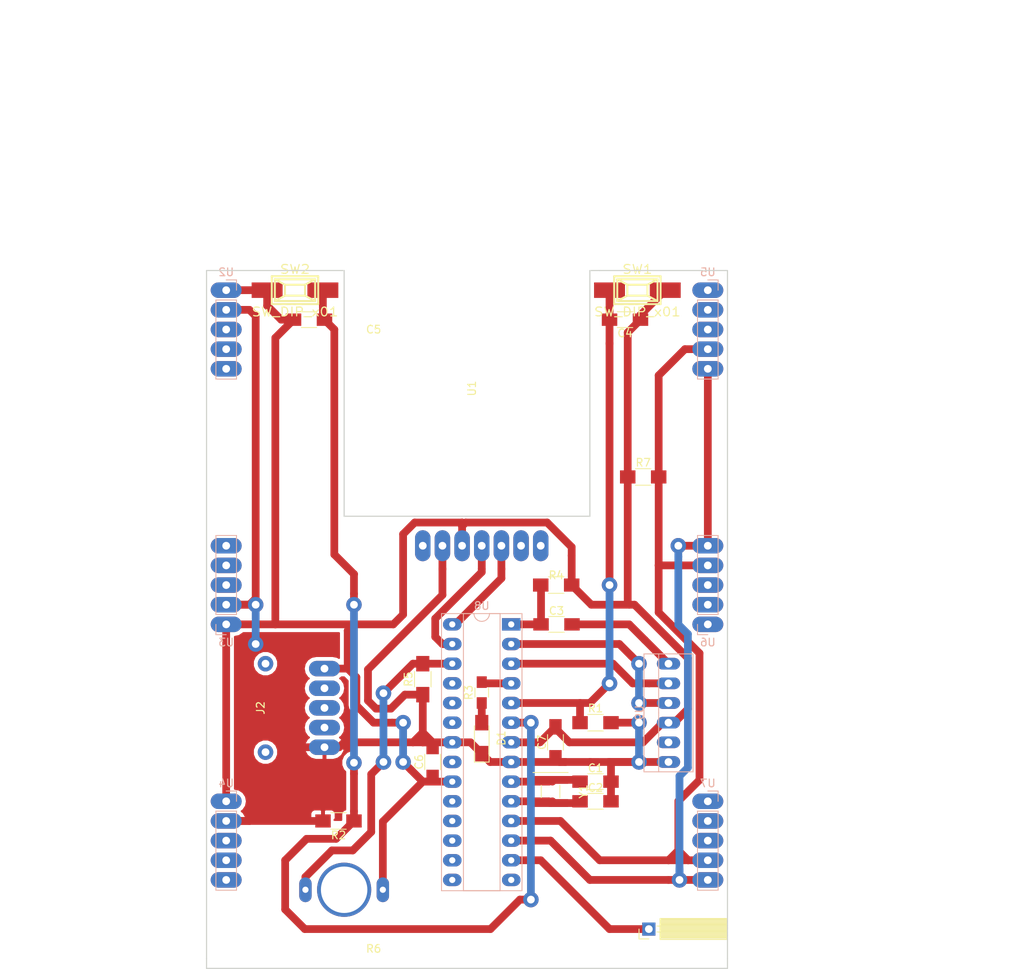
<source format=kicad_pcb>
(kicad_pcb (version 4) (host pcbnew 4.0.6)

  (general
    (links 60)
    (no_connects 0)
    (area 109.144999 46.914999 176.605001 137.235001)
    (thickness 1.6)
    (drawings 26)
    (tracks 254)
    (zones 0)
    (modules 29)
    (nets 19)
  )

  (page A4)
  (layers
    (0 F.Cu signal)
    (31 B.Cu signal)
    (32 B.Adhes user)
    (33 F.Adhes user)
    (34 B.Paste user hide)
    (35 F.Paste user hide)
    (36 B.SilkS user hide)
    (37 F.SilkS user)
    (38 B.Mask user)
    (39 F.Mask user hide)
    (40 Dwgs.User user)
    (41 Cmts.User user)
    (42 Eco1.User user)
    (43 Eco2.User user)
    (44 Edge.Cuts user)
    (45 Margin user)
    (46 B.CrtYd user)
    (47 F.CrtYd user)
    (48 B.Fab user)
    (49 F.Fab user)
  )

  (setup
    (last_trace_width 1)
    (user_trace_width 1)
    (user_trace_width 1.2)
    (user_trace_width 1.6)
    (user_trace_width 1.8)
    (trace_clearance 0.5)
    (zone_clearance 0.5)
    (zone_45_only no)
    (trace_min 0.5)
    (segment_width 0.2)
    (edge_width 0.15)
    (via_size 2)
    (via_drill 1)
    (via_min_size 0.4)
    (via_min_drill 0.3)
    (uvia_size 0.3)
    (uvia_drill 0.1)
    (uvias_allowed no)
    (uvia_min_size 0.2)
    (uvia_min_drill 0.1)
    (pcb_text_width 0.3)
    (pcb_text_size 1.5 1.5)
    (mod_edge_width 0.15)
    (mod_text_size 1 1)
    (mod_text_width 0.15)
    (pad_size 1.6 3.2)
    (pad_drill 0.8)
    (pad_to_mask_clearance 0.2)
    (aux_axis_origin 106.68 44.45)
    (visible_elements 7FFFFFFF)
    (pcbplotparams
      (layerselection 0x01800_00000001)
      (usegerberextensions false)
      (excludeedgelayer true)
      (linewidth 0.100000)
      (plotframeref false)
      (viasonmask false)
      (mode 1)
      (useauxorigin true)
      (hpglpennumber 1)
      (hpglpenspeed 20)
      (hpglpendiameter 15)
      (hpglpenoverlay 2)
      (psnegative false)
      (psa4output false)
      (plotreference true)
      (plotvalue true)
      (plotinvisibletext false)
      (padsonsilk false)
      (subtractmaskfromsilk false)
      (outputformat 1)
      (mirror false)
      (drillshape 0)
      (scaleselection 1)
      (outputdirectory gerber))
  )

  (net 0 "")
  (net 1 MAX_IN)
  (net 2 LATCH)
  (net 3 CLK)
  (net 4 SDA)
  (net 5 SCL)
  (net 6 VCC)
  (net 7 GND)
  (net 8 OSC1)
  (net 9 OSC2)
  (net 10 RESET)
  (net 11 SW1)
  (net 12 SW2)
  (net 13 "Net-(D1-Pad2)")
  (net 14 LED)
  (net 15 RX)
  (net 16 TX)
  (net 17 DTR)
  (net 18 PHOTO)

  (net_class Default "Dies ist die voreingestellte Netzklasse."
    (clearance 0.5)
    (trace_width 1)
    (via_dia 2)
    (via_drill 1)
    (uvia_dia 0.3)
    (uvia_drill 0.1)
    (add_net CLK)
    (add_net DTR)
    (add_net GND)
    (add_net LATCH)
    (add_net LED)
    (add_net MAX_IN)
    (add_net "Net-(D1-Pad2)")
    (add_net OSC1)
    (add_net OSC2)
    (add_net PHOTO)
    (add_net RESET)
    (add_net RX)
    (add_net SCL)
    (add_net SDA)
    (add_net SW1)
    (add_net SW2)
    (add_net TX)
    (add_net VCC)
  )

  (net_class 1mm ""
    (clearance 0.5)
    (trace_width 1)
    (via_dia 2)
    (via_drill 1)
    (uvia_dia 0.3)
    (uvia_drill 0.1)
  )

  (module Socket_Strips:Socket_Strip_Angled_1x01_Pitch2.54mm (layer F.Cu) (tedit 597DE67D) (tstamp 597C5703)
    (at 166.37 132.08 180)
    (descr "Through hole angled socket strip, 1x01, 2.54mm pitch, 8.51mm socket length, single row")
    (tags "Through hole angled socket strip THT 1x01 2.54mm single row")
    (path /597B8EB0)
    (fp_text reference J1 (at -4.38 -2.27 180) (layer F.SilkS) hide
      (effects (font (size 1 1) (thickness 0.15)))
    )
    (fp_text value CONN_01X01_MALE (at -4.38 2.27 180) (layer F.Fab)
      (effects (font (size 1 1) (thickness 0.15)))
    )
    (fp_line (start -1.52 -1.27) (end -1.52 1.27) (layer F.Fab) (width 0.1))
    (fp_line (start -1.52 1.27) (end -10.03 1.27) (layer F.Fab) (width 0.1))
    (fp_line (start -10.03 1.27) (end -10.03 -1.27) (layer F.Fab) (width 0.1))
    (fp_line (start -10.03 -1.27) (end -1.52 -1.27) (layer F.Fab) (width 0.1))
    (fp_line (start 0 -0.32) (end 0 0.32) (layer F.Fab) (width 0.1))
    (fp_line (start 0 0.32) (end -1.52 0.32) (layer F.Fab) (width 0.1))
    (fp_line (start -1.52 0.32) (end -1.52 -0.32) (layer F.Fab) (width 0.1))
    (fp_line (start -1.52 -0.32) (end 0 -0.32) (layer F.Fab) (width 0.1))
    (fp_line (start -1.46 -1.33) (end -1.46 1.33) (layer F.SilkS) (width 0.12))
    (fp_line (start -1.46 1.33) (end -10.09 1.33) (layer F.SilkS) (width 0.12))
    (fp_line (start -10.09 1.33) (end -10.09 -1.33) (layer F.SilkS) (width 0.12))
    (fp_line (start -10.09 -1.33) (end -1.46 -1.33) (layer F.SilkS) (width 0.12))
    (fp_line (start -1.46 -1.33) (end -1.46 1.27) (layer F.SilkS) (width 0.12))
    (fp_line (start -1.46 1.27) (end -10.09 1.27) (layer F.SilkS) (width 0.12))
    (fp_line (start -10.09 1.27) (end -10.09 -1.33) (layer F.SilkS) (width 0.12))
    (fp_line (start -10.09 -1.33) (end -1.46 -1.33) (layer F.SilkS) (width 0.12))
    (fp_line (start -1.03 -0.38) (end -1.46 -0.38) (layer F.SilkS) (width 0.12))
    (fp_line (start -1.03 0.38) (end -1.46 0.38) (layer F.SilkS) (width 0.12))
    (fp_line (start -1.46 -1.15) (end -10.09 -1.15) (layer F.SilkS) (width 0.12))
    (fp_line (start -1.46 -1.03) (end -10.09 -1.03) (layer F.SilkS) (width 0.12))
    (fp_line (start -1.46 -0.91) (end -10.09 -0.91) (layer F.SilkS) (width 0.12))
    (fp_line (start -1.46 -0.79) (end -10.09 -0.79) (layer F.SilkS) (width 0.12))
    (fp_line (start -1.46 -0.67) (end -10.09 -0.67) (layer F.SilkS) (width 0.12))
    (fp_line (start -1.46 -0.55) (end -10.09 -0.55) (layer F.SilkS) (width 0.12))
    (fp_line (start -1.46 -0.43) (end -10.09 -0.43) (layer F.SilkS) (width 0.12))
    (fp_line (start -1.46 -0.31) (end -10.09 -0.31) (layer F.SilkS) (width 0.12))
    (fp_line (start -1.46 -0.19) (end -10.09 -0.19) (layer F.SilkS) (width 0.12))
    (fp_line (start -1.46 -0.07) (end -10.09 -0.07) (layer F.SilkS) (width 0.12))
    (fp_line (start -1.46 0.05) (end -10.09 0.05) (layer F.SilkS) (width 0.12))
    (fp_line (start -1.46 0.17) (end -10.09 0.17) (layer F.SilkS) (width 0.12))
    (fp_line (start -1.46 0.29) (end -10.09 0.29) (layer F.SilkS) (width 0.12))
    (fp_line (start -1.46 0.41) (end -10.09 0.41) (layer F.SilkS) (width 0.12))
    (fp_line (start -1.46 0.53) (end -10.09 0.53) (layer F.SilkS) (width 0.12))
    (fp_line (start -1.46 0.65) (end -10.09 0.65) (layer F.SilkS) (width 0.12))
    (fp_line (start -1.46 0.77) (end -10.09 0.77) (layer F.SilkS) (width 0.12))
    (fp_line (start -1.46 0.89) (end -10.09 0.89) (layer F.SilkS) (width 0.12))
    (fp_line (start -1.46 1.01) (end -10.09 1.01) (layer F.SilkS) (width 0.12))
    (fp_line (start -1.46 1.13) (end -10.09 1.13) (layer F.SilkS) (width 0.12))
    (fp_line (start -1.46 1.25) (end -10.09 1.25) (layer F.SilkS) (width 0.12))
    (fp_line (start -1.46 1.37) (end -10.09 1.37) (layer F.SilkS) (width 0.12))
    (fp_line (start 0 -1.27) (end 1.27 -1.27) (layer F.SilkS) (width 0.12))
    (fp_line (start 1.27 -1.27) (end 1.27 0) (layer F.SilkS) (width 0.12))
    (fp_line (start 1.8 -1.8) (end 1.8 1.8) (layer F.CrtYd) (width 0.05))
    (fp_line (start 1.8 1.8) (end -10.55 1.8) (layer F.CrtYd) (width 0.05))
    (fp_line (start -10.55 1.8) (end -10.55 -1.8) (layer F.CrtYd) (width 0.05))
    (fp_line (start -10.55 -1.8) (end 1.8 -1.8) (layer F.CrtYd) (width 0.05))
    (fp_text user %R (at -4.38 -2.27 180) (layer F.Fab) hide
      (effects (font (size 1 1) (thickness 0.15)))
    )
    (pad 1 thru_hole rect (at 0 0 180) (size 1.7 1.7) (drill 1) (layers *.Cu *.Mask)
      (net 1 MAX_IN))
    (model ${KISYS3DMOD}/Socket_Strips.3dshapes/Socket_Strip_Angled_1x01_Pitch2.54mm.wrl
      (at (xyz 0 0 0))
      (scale (xyz 1 1 1))
      (rotate (xyz 0 0 270))
    )
  )

  (module Socket_Strips:Socket_Strip_Straight_1x05_Pitch2.54mm (layer B.Cu) (tedit 58CD5446) (tstamp 597C571C)
    (at 111.76 49.53 180)
    (descr "Through hole straight socket strip, 1x05, 2.54mm pitch, single row")
    (tags "Through hole socket strip THT 1x05 2.54mm single row")
    (path /596A2A6D)
    (fp_text reference U2 (at 0 2.33 180) (layer B.SilkS)
      (effects (font (size 1 1) (thickness 0.15)) (justify mirror))
    )
    (fp_text value MAX7219_IN (at 0 -12.49 180) (layer B.Fab)
      (effects (font (size 1 1) (thickness 0.15)) (justify mirror))
    )
    (fp_line (start -1.27 1.27) (end -1.27 -11.43) (layer B.Fab) (width 0.1))
    (fp_line (start -1.27 -11.43) (end 1.27 -11.43) (layer B.Fab) (width 0.1))
    (fp_line (start 1.27 -11.43) (end 1.27 1.27) (layer B.Fab) (width 0.1))
    (fp_line (start 1.27 1.27) (end -1.27 1.27) (layer B.Fab) (width 0.1))
    (fp_line (start -1.33 -1.27) (end -1.33 -11.49) (layer B.SilkS) (width 0.12))
    (fp_line (start -1.33 -11.49) (end 1.33 -11.49) (layer B.SilkS) (width 0.12))
    (fp_line (start 1.33 -11.49) (end 1.33 -1.27) (layer B.SilkS) (width 0.12))
    (fp_line (start 1.33 -1.27) (end -1.33 -1.27) (layer B.SilkS) (width 0.12))
    (fp_line (start -1.33 0) (end -1.33 1.33) (layer B.SilkS) (width 0.12))
    (fp_line (start -1.33 1.33) (end 0 1.33) (layer B.SilkS) (width 0.12))
    (fp_line (start -1.8 1.8) (end -1.8 -11.95) (layer B.CrtYd) (width 0.05))
    (fp_line (start -1.8 -11.95) (end 1.8 -11.95) (layer B.CrtYd) (width 0.05))
    (fp_line (start 1.8 -11.95) (end 1.8 1.8) (layer B.CrtYd) (width 0.05))
    (fp_line (start 1.8 1.8) (end -1.8 1.8) (layer B.CrtYd) (width 0.05))
    (fp_text user %R (at 0 2.33 180) (layer B.Fab)
      (effects (font (size 1 1) (thickness 0.15)) (justify mirror))
    )
    (pad 1 thru_hole oval (at 0 0 180) (size 4 2) (drill 1) (layers *.Cu *.Mask)
      (net 6 VCC))
    (pad 2 thru_hole oval (at 0 -2.54 180) (size 4 2) (drill 1) (layers *.Cu *.Mask)
      (net 7 GND))
    (pad 3 thru_hole oval (at 0 -5.08 180) (size 4 2) (drill 1) (layers *.Cu *.Mask))
    (pad 4 thru_hole oval (at 0 -7.62 180) (size 4 2) (drill 1) (layers *.Cu *.Mask))
    (pad 5 thru_hole oval (at 0 -10.16 180) (size 4 2) (drill 1) (layers *.Cu *.Mask))
    (model ${KISYS3DMOD}/Socket_Strips.3dshapes/Socket_Strip_Straight_1x05_Pitch2.54mm.wrl
      (at (xyz 0 -0.2 0))
      (scale (xyz 1 1 1))
      (rotate (xyz 0 0 270))
    )
  )

  (module Socket_Strips:Socket_Strip_Straight_1x05_Pitch2.54mm (layer B.Cu) (tedit 58CD5446) (tstamp 597C5725)
    (at 111.76 92.71)
    (descr "Through hole straight socket strip, 1x05, 2.54mm pitch, single row")
    (tags "Through hole socket strip THT 1x05 2.54mm single row")
    (path /597B8DED)
    (fp_text reference U3 (at 0 2.33) (layer B.SilkS)
      (effects (font (size 1 1) (thickness 0.15)) (justify mirror))
    )
    (fp_text value MAX7219_IN (at 0 -12.49) (layer B.Fab)
      (effects (font (size 1 1) (thickness 0.15)) (justify mirror))
    )
    (fp_line (start -1.27 1.27) (end -1.27 -11.43) (layer B.Fab) (width 0.1))
    (fp_line (start -1.27 -11.43) (end 1.27 -11.43) (layer B.Fab) (width 0.1))
    (fp_line (start 1.27 -11.43) (end 1.27 1.27) (layer B.Fab) (width 0.1))
    (fp_line (start 1.27 1.27) (end -1.27 1.27) (layer B.Fab) (width 0.1))
    (fp_line (start -1.33 -1.27) (end -1.33 -11.49) (layer B.SilkS) (width 0.12))
    (fp_line (start -1.33 -11.49) (end 1.33 -11.49) (layer B.SilkS) (width 0.12))
    (fp_line (start 1.33 -11.49) (end 1.33 -1.27) (layer B.SilkS) (width 0.12))
    (fp_line (start 1.33 -1.27) (end -1.33 -1.27) (layer B.SilkS) (width 0.12))
    (fp_line (start -1.33 0) (end -1.33 1.33) (layer B.SilkS) (width 0.12))
    (fp_line (start -1.33 1.33) (end 0 1.33) (layer B.SilkS) (width 0.12))
    (fp_line (start -1.8 1.8) (end -1.8 -11.95) (layer B.CrtYd) (width 0.05))
    (fp_line (start -1.8 -11.95) (end 1.8 -11.95) (layer B.CrtYd) (width 0.05))
    (fp_line (start 1.8 -11.95) (end 1.8 1.8) (layer B.CrtYd) (width 0.05))
    (fp_line (start 1.8 1.8) (end -1.8 1.8) (layer B.CrtYd) (width 0.05))
    (fp_text user %R (at 0 2.33) (layer B.Fab)
      (effects (font (size 1 1) (thickness 0.15)) (justify mirror))
    )
    (pad 1 thru_hole oval (at 0 0) (size 4 2) (drill 1) (layers *.Cu *.Mask)
      (net 6 VCC))
    (pad 2 thru_hole oval (at 0 -2.54) (size 4 2) (drill 1) (layers *.Cu *.Mask)
      (net 7 GND))
    (pad 3 thru_hole oval (at 0 -5.08) (size 4 2) (drill 1) (layers *.Cu *.Mask))
    (pad 4 thru_hole oval (at 0 -7.62) (size 4 2) (drill 1) (layers *.Cu *.Mask))
    (pad 5 thru_hole oval (at 0 -10.16) (size 4 2) (drill 1) (layers *.Cu *.Mask))
    (model ${KISYS3DMOD}/Socket_Strips.3dshapes/Socket_Strip_Straight_1x05_Pitch2.54mm.wrl
      (at (xyz 0 -0.2 0))
      (scale (xyz 1 1 1))
      (rotate (xyz 0 0 270))
    )
  )

  (module Socket_Strips:Socket_Strip_Straight_1x05_Pitch2.54mm (layer B.Cu) (tedit 58CD5446) (tstamp 597C572E)
    (at 111.76 115.57 180)
    (descr "Through hole straight socket strip, 1x05, 2.54mm pitch, single row")
    (tags "Through hole socket strip THT 1x05 2.54mm single row")
    (path /597B8E78)
    (fp_text reference U4 (at 0 2.33 180) (layer B.SilkS)
      (effects (font (size 1 1) (thickness 0.15)) (justify mirror))
    )
    (fp_text value MAX7219_IN (at 0 -12.49 180) (layer B.Fab)
      (effects (font (size 1 1) (thickness 0.15)) (justify mirror))
    )
    (fp_line (start -1.27 1.27) (end -1.27 -11.43) (layer B.Fab) (width 0.1))
    (fp_line (start -1.27 -11.43) (end 1.27 -11.43) (layer B.Fab) (width 0.1))
    (fp_line (start 1.27 -11.43) (end 1.27 1.27) (layer B.Fab) (width 0.1))
    (fp_line (start 1.27 1.27) (end -1.27 1.27) (layer B.Fab) (width 0.1))
    (fp_line (start -1.33 -1.27) (end -1.33 -11.49) (layer B.SilkS) (width 0.12))
    (fp_line (start -1.33 -11.49) (end 1.33 -11.49) (layer B.SilkS) (width 0.12))
    (fp_line (start 1.33 -11.49) (end 1.33 -1.27) (layer B.SilkS) (width 0.12))
    (fp_line (start 1.33 -1.27) (end -1.33 -1.27) (layer B.SilkS) (width 0.12))
    (fp_line (start -1.33 0) (end -1.33 1.33) (layer B.SilkS) (width 0.12))
    (fp_line (start -1.33 1.33) (end 0 1.33) (layer B.SilkS) (width 0.12))
    (fp_line (start -1.8 1.8) (end -1.8 -11.95) (layer B.CrtYd) (width 0.05))
    (fp_line (start -1.8 -11.95) (end 1.8 -11.95) (layer B.CrtYd) (width 0.05))
    (fp_line (start 1.8 -11.95) (end 1.8 1.8) (layer B.CrtYd) (width 0.05))
    (fp_line (start 1.8 1.8) (end -1.8 1.8) (layer B.CrtYd) (width 0.05))
    (fp_text user %R (at 0 2.33 180) (layer B.Fab)
      (effects (font (size 1 1) (thickness 0.15)) (justify mirror))
    )
    (pad 1 thru_hole oval (at 0 0 180) (size 4 2) (drill 1) (layers *.Cu *.Mask)
      (net 6 VCC))
    (pad 2 thru_hole oval (at 0 -2.54 180) (size 4 2) (drill 1) (layers *.Cu *.Mask)
      (net 7 GND))
    (pad 3 thru_hole oval (at 0 -5.08 180) (size 4 2) (drill 1) (layers *.Cu *.Mask))
    (pad 4 thru_hole oval (at 0 -7.62 180) (size 4 2) (drill 1) (layers *.Cu *.Mask))
    (pad 5 thru_hole oval (at 0 -10.16 180) (size 4 2) (drill 1) (layers *.Cu *.Mask))
    (model ${KISYS3DMOD}/Socket_Strips.3dshapes/Socket_Strip_Straight_1x05_Pitch2.54mm.wrl
      (at (xyz 0 -0.2 0))
      (scale (xyz 1 1 1))
      (rotate (xyz 0 0 270))
    )
  )

  (module Socket_Strips:Socket_Strip_Straight_1x05_Pitch2.54mm (layer B.Cu) (tedit 597C7995) (tstamp 597C5737)
    (at 173.99 49.53 180)
    (descr "Through hole straight socket strip, 1x05, 2.54mm pitch, single row")
    (tags "Through hole socket strip THT 1x05 2.54mm single row")
    (path /597B8E8D)
    (fp_text reference U5 (at 0 2.33 180) (layer B.SilkS)
      (effects (font (size 1 1) (thickness 0.15)) (justify mirror))
    )
    (fp_text value MAX7219_IN (at 0 -12.49 180) (layer B.Fab)
      (effects (font (size 1 1) (thickness 0.15)) (justify mirror))
    )
    (fp_line (start -1.27 1.27) (end -1.27 -11.43) (layer B.Fab) (width 0.1))
    (fp_line (start -1.27 -11.43) (end 1.27 -11.43) (layer B.Fab) (width 0.1))
    (fp_line (start 1.27 -11.43) (end 1.27 1.27) (layer B.Fab) (width 0.1))
    (fp_line (start 1.27 1.27) (end -1.27 1.27) (layer B.Fab) (width 0.1))
    (fp_line (start -1.33 -1.27) (end -1.33 -11.49) (layer B.SilkS) (width 0.12))
    (fp_line (start -1.33 -11.49) (end 1.33 -11.49) (layer B.SilkS) (width 0.12))
    (fp_line (start 1.33 -11.49) (end 1.33 -1.27) (layer B.SilkS) (width 0.12))
    (fp_line (start 1.33 -1.27) (end -1.33 -1.27) (layer B.SilkS) (width 0.12))
    (fp_line (start -1.33 0) (end -1.33 1.33) (layer B.SilkS) (width 0.12))
    (fp_line (start -1.33 1.33) (end 0 1.33) (layer B.SilkS) (width 0.12))
    (fp_line (start -1.8 1.8) (end -1.8 -11.95) (layer B.CrtYd) (width 0.05))
    (fp_line (start -1.8 -11.95) (end 1.8 -11.95) (layer B.CrtYd) (width 0.05))
    (fp_line (start 1.8 -11.95) (end 1.8 1.8) (layer B.CrtYd) (width 0.05))
    (fp_line (start 1.8 1.8) (end -1.8 1.8) (layer B.CrtYd) (width 0.05))
    (fp_text user %R (at 0 2.33 180) (layer B.Fab)
      (effects (font (size 1 1) (thickness 0.15)) (justify mirror))
    )
    (pad 1 thru_hole oval (at 0 0 180) (size 4 2) (drill 1) (layers *.Cu *.Mask))
    (pad 2 thru_hole oval (at 0 -2.54 180) (size 4 2) (drill 1) (layers *.Cu *.Mask))
    (pad 3 thru_hole oval (at 0 -5.08 180) (size 4 2) (drill 1) (layers *.Cu *.Mask))
    (pad 4 thru_hole oval (at 0 -7.62 180) (size 4 2) (drill 1) (layers *.Cu *.Mask)
      (net 2 LATCH))
    (pad 5 thru_hole oval (at 0 -10.16 180) (size 4 2) (drill 1) (layers *.Cu *.Mask)
      (net 3 CLK))
    (model ${KISYS3DMOD}/Socket_Strips.3dshapes/Socket_Strip_Straight_1x05_Pitch2.54mm.wrl
      (at (xyz 0 -0.2 0))
      (scale (xyz 1 1 1))
      (rotate (xyz 0 0 270))
    )
  )

  (module Socket_Strips:Socket_Strip_Straight_1x05_Pitch2.54mm (layer B.Cu) (tedit 58CD5446) (tstamp 597C607C)
    (at 173.99 92.71)
    (descr "Through hole straight socket strip, 1x05, 2.54mm pitch, single row")
    (tags "Through hole socket strip THT 1x05 2.54mm single row")
    (path /597C60B3)
    (fp_text reference U6 (at 0 2.33) (layer B.SilkS)
      (effects (font (size 1 1) (thickness 0.15)) (justify mirror))
    )
    (fp_text value MAX7219_IN (at 0 -12.49) (layer B.Fab)
      (effects (font (size 1 1) (thickness 0.15)) (justify mirror))
    )
    (fp_line (start -1.27 1.27) (end -1.27 -11.43) (layer B.Fab) (width 0.1))
    (fp_line (start -1.27 -11.43) (end 1.27 -11.43) (layer B.Fab) (width 0.1))
    (fp_line (start 1.27 -11.43) (end 1.27 1.27) (layer B.Fab) (width 0.1))
    (fp_line (start 1.27 1.27) (end -1.27 1.27) (layer B.Fab) (width 0.1))
    (fp_line (start -1.33 -1.27) (end -1.33 -11.49) (layer B.SilkS) (width 0.12))
    (fp_line (start -1.33 -11.49) (end 1.33 -11.49) (layer B.SilkS) (width 0.12))
    (fp_line (start 1.33 -11.49) (end 1.33 -1.27) (layer B.SilkS) (width 0.12))
    (fp_line (start 1.33 -1.27) (end -1.33 -1.27) (layer B.SilkS) (width 0.12))
    (fp_line (start -1.33 0) (end -1.33 1.33) (layer B.SilkS) (width 0.12))
    (fp_line (start -1.33 1.33) (end 0 1.33) (layer B.SilkS) (width 0.12))
    (fp_line (start -1.8 1.8) (end -1.8 -11.95) (layer B.CrtYd) (width 0.05))
    (fp_line (start -1.8 -11.95) (end 1.8 -11.95) (layer B.CrtYd) (width 0.05))
    (fp_line (start 1.8 -11.95) (end 1.8 1.8) (layer B.CrtYd) (width 0.05))
    (fp_line (start 1.8 1.8) (end -1.8 1.8) (layer B.CrtYd) (width 0.05))
    (fp_text user %R (at 0 2.33) (layer B.Fab)
      (effects (font (size 1 1) (thickness 0.15)) (justify mirror))
    )
    (pad 1 thru_hole oval (at 0 0) (size 4 2) (drill 1) (layers *.Cu *.Mask))
    (pad 2 thru_hole oval (at 0 -2.54) (size 4 2) (drill 1) (layers *.Cu *.Mask))
    (pad 3 thru_hole oval (at 0 -5.08) (size 4 2) (drill 1) (layers *.Cu *.Mask))
    (pad 4 thru_hole oval (at 0 -7.62) (size 4 2) (drill 1) (layers *.Cu *.Mask)
      (net 2 LATCH))
    (pad 5 thru_hole oval (at 0 -10.16) (size 4 2) (drill 1) (layers *.Cu *.Mask)
      (net 3 CLK))
    (model ${KISYS3DMOD}/Socket_Strips.3dshapes/Socket_Strip_Straight_1x05_Pitch2.54mm.wrl
      (at (xyz 0 -0.2 0))
      (scale (xyz 1 1 1))
      (rotate (xyz 0 0 270))
    )
  )

  (module Socket_Strips:Socket_Strip_Straight_1x05_Pitch2.54mm (layer B.Cu) (tedit 58CD5446) (tstamp 597C6085)
    (at 173.99 115.57 180)
    (descr "Through hole straight socket strip, 1x05, 2.54mm pitch, single row")
    (tags "Through hole socket strip THT 1x05 2.54mm single row")
    (path /597C60C8)
    (fp_text reference U7 (at 0 2.33 180) (layer B.SilkS)
      (effects (font (size 1 1) (thickness 0.15)) (justify mirror))
    )
    (fp_text value MAX7219_IN (at 0 -12.49 180) (layer B.Fab)
      (effects (font (size 1 1) (thickness 0.15)) (justify mirror))
    )
    (fp_line (start -1.27 1.27) (end -1.27 -11.43) (layer B.Fab) (width 0.1))
    (fp_line (start -1.27 -11.43) (end 1.27 -11.43) (layer B.Fab) (width 0.1))
    (fp_line (start 1.27 -11.43) (end 1.27 1.27) (layer B.Fab) (width 0.1))
    (fp_line (start 1.27 1.27) (end -1.27 1.27) (layer B.Fab) (width 0.1))
    (fp_line (start -1.33 -1.27) (end -1.33 -11.49) (layer B.SilkS) (width 0.12))
    (fp_line (start -1.33 -11.49) (end 1.33 -11.49) (layer B.SilkS) (width 0.12))
    (fp_line (start 1.33 -11.49) (end 1.33 -1.27) (layer B.SilkS) (width 0.12))
    (fp_line (start 1.33 -1.27) (end -1.33 -1.27) (layer B.SilkS) (width 0.12))
    (fp_line (start -1.33 0) (end -1.33 1.33) (layer B.SilkS) (width 0.12))
    (fp_line (start -1.33 1.33) (end 0 1.33) (layer B.SilkS) (width 0.12))
    (fp_line (start -1.8 1.8) (end -1.8 -11.95) (layer B.CrtYd) (width 0.05))
    (fp_line (start -1.8 -11.95) (end 1.8 -11.95) (layer B.CrtYd) (width 0.05))
    (fp_line (start 1.8 -11.95) (end 1.8 1.8) (layer B.CrtYd) (width 0.05))
    (fp_line (start 1.8 1.8) (end -1.8 1.8) (layer B.CrtYd) (width 0.05))
    (fp_text user %R (at 0 2.33 180) (layer B.Fab)
      (effects (font (size 1 1) (thickness 0.15)) (justify mirror))
    )
    (pad 1 thru_hole oval (at 0 0 180) (size 4 2) (drill 1) (layers *.Cu *.Mask))
    (pad 2 thru_hole oval (at 0 -2.54 180) (size 4 2) (drill 1) (layers *.Cu *.Mask))
    (pad 3 thru_hole oval (at 0 -5.08 180) (size 4 2) (drill 1) (layers *.Cu *.Mask))
    (pad 4 thru_hole oval (at 0 -7.62 180) (size 4 2) (drill 1) (layers *.Cu *.Mask)
      (net 2 LATCH))
    (pad 5 thru_hole oval (at 0 -10.16 180) (size 4 2) (drill 1) (layers *.Cu *.Mask)
      (net 3 CLK))
    (model ${KISYS3DMOD}/Socket_Strips.3dshapes/Socket_Strip_Straight_1x05_Pitch2.54mm.wrl
      (at (xyz 0 -0.2 0))
      (scale (xyz 1 1 1))
      (rotate (xyz 0 0 270))
    )
  )

  (module Capacitors_SMD:C_1206_HandSoldering (layer F.Cu) (tedit 58AA84D1) (tstamp 598F1998)
    (at 163.29 53.34 180)
    (descr "Capacitor SMD 1206, hand soldering")
    (tags "capacitor 1206")
    (path /598F6208)
    (attr smd)
    (fp_text reference C4 (at 0 -1.75 180) (layer F.SilkS)
      (effects (font (size 1 1) (thickness 0.15)))
    )
    (fp_text value 100nF (at 0 2 180) (layer F.Fab)
      (effects (font (size 1 1) (thickness 0.15)))
    )
    (fp_text user %R (at 0 -1.75 180) (layer F.Fab)
      (effects (font (size 1 1) (thickness 0.15)))
    )
    (fp_line (start -1.6 0.8) (end -1.6 -0.8) (layer F.Fab) (width 0.1))
    (fp_line (start 1.6 0.8) (end -1.6 0.8) (layer F.Fab) (width 0.1))
    (fp_line (start 1.6 -0.8) (end 1.6 0.8) (layer F.Fab) (width 0.1))
    (fp_line (start -1.6 -0.8) (end 1.6 -0.8) (layer F.Fab) (width 0.1))
    (fp_line (start 1 -1.02) (end -1 -1.02) (layer F.SilkS) (width 0.12))
    (fp_line (start -1 1.02) (end 1 1.02) (layer F.SilkS) (width 0.12))
    (fp_line (start -3.25 -1.05) (end 3.25 -1.05) (layer F.CrtYd) (width 0.05))
    (fp_line (start -3.25 -1.05) (end -3.25 1.05) (layer F.CrtYd) (width 0.05))
    (fp_line (start 3.25 1.05) (end 3.25 -1.05) (layer F.CrtYd) (width 0.05))
    (fp_line (start 3.25 1.05) (end -3.25 1.05) (layer F.CrtYd) (width 0.05))
    (pad 1 smd rect (at -2 0 180) (size 2 1.6) (layers F.Cu F.Paste F.Mask)
      (net 6 VCC))
    (pad 2 smd rect (at 2 0 180) (size 2 1.6) (layers F.Cu F.Paste F.Mask)
      (net 11 SW1))
    (model Capacitors_SMD.3dshapes/C_1206.wrl
      (at (xyz 0 0 0))
      (scale (xyz 1 1 1))
      (rotate (xyz 0 0 0))
    )
  )

  (module Capacitors_SMD:C_1206_HandSoldering (layer F.Cu) (tedit 58AA84D1) (tstamp 598F199E)
    (at 122.46 53.34 180)
    (descr "Capacitor SMD 1206, hand soldering")
    (tags "capacitor 1206")
    (path /598F6A52)
    (attr smd)
    (fp_text reference C5 (at -8.35 -1.27 180) (layer F.SilkS)
      (effects (font (size 1 1) (thickness 0.15)))
    )
    (fp_text value 100nF (at -7.08 1.27 180) (layer F.Fab)
      (effects (font (size 1 1) (thickness 0.15)))
    )
    (fp_text user %R (at -5.81 -1.27 180) (layer F.Fab)
      (effects (font (size 1 1) (thickness 0.15)))
    )
    (fp_line (start -1.6 0.8) (end -1.6 -0.8) (layer F.Fab) (width 0.1))
    (fp_line (start 1.6 0.8) (end -1.6 0.8) (layer F.Fab) (width 0.1))
    (fp_line (start 1.6 -0.8) (end 1.6 0.8) (layer F.Fab) (width 0.1))
    (fp_line (start -1.6 -0.8) (end 1.6 -0.8) (layer F.Fab) (width 0.1))
    (fp_line (start 1 -1.02) (end -1 -1.02) (layer F.SilkS) (width 0.12))
    (fp_line (start -1 1.02) (end 1 1.02) (layer F.SilkS) (width 0.12))
    (fp_line (start -3.25 -1.05) (end 3.25 -1.05) (layer F.CrtYd) (width 0.05))
    (fp_line (start -3.25 -1.05) (end -3.25 1.05) (layer F.CrtYd) (width 0.05))
    (fp_line (start 3.25 1.05) (end 3.25 -1.05) (layer F.CrtYd) (width 0.05))
    (fp_line (start 3.25 1.05) (end -3.25 1.05) (layer F.CrtYd) (width 0.05))
    (pad 1 smd rect (at -2 0 180) (size 2 1.6) (layers F.Cu F.Paste F.Mask)
      (net 12 SW2))
    (pad 2 smd rect (at 2 0 180) (size 2 1.6) (layers F.Cu F.Paste F.Mask)
      (net 6 VCC))
    (model Capacitors_SMD.3dshapes/C_1206.wrl
      (at (xyz 0 0 0))
      (scale (xyz 1 1 1))
      (rotate (xyz 0 0 0))
    )
  )

  (module LEDs:LED_1206_HandSoldering (layer F.Cu) (tedit 595FC724) (tstamp 598F19A4)
    (at 144.78 107.41 90)
    (descr "LED SMD 1206, hand soldering")
    (tags "LED 1206")
    (path /598F0345)
    (attr smd)
    (fp_text reference D1 (at 0 2.54 90) (layer F.SilkS)
      (effects (font (size 1 1) (thickness 0.15)))
    )
    (fp_text value LED (at 0 1.9 90) (layer F.Fab)
      (effects (font (size 1 1) (thickness 0.15)))
    )
    (fp_line (start -3.1 -0.95) (end -3.1 0.95) (layer F.SilkS) (width 0.12))
    (fp_line (start -0.4 0) (end 0.2 -0.4) (layer F.Fab) (width 0.1))
    (fp_line (start 0.2 -0.4) (end 0.2 0.4) (layer F.Fab) (width 0.1))
    (fp_line (start 0.2 0.4) (end -0.4 0) (layer F.Fab) (width 0.1))
    (fp_line (start -0.45 -0.4) (end -0.45 0.4) (layer F.Fab) (width 0.1))
    (fp_line (start -1.6 0.8) (end -1.6 -0.8) (layer F.Fab) (width 0.1))
    (fp_line (start 1.6 0.8) (end -1.6 0.8) (layer F.Fab) (width 0.1))
    (fp_line (start 1.6 -0.8) (end 1.6 0.8) (layer F.Fab) (width 0.1))
    (fp_line (start -1.6 -0.8) (end 1.6 -0.8) (layer F.Fab) (width 0.1))
    (fp_line (start -3.1 0.95) (end 1.6 0.95) (layer F.SilkS) (width 0.12))
    (fp_line (start -3.1 -0.95) (end 1.6 -0.95) (layer F.SilkS) (width 0.12))
    (fp_line (start -3.25 -1.11) (end 3.25 -1.11) (layer F.CrtYd) (width 0.05))
    (fp_line (start -3.25 -1.11) (end -3.25 1.1) (layer F.CrtYd) (width 0.05))
    (fp_line (start 3.25 1.1) (end 3.25 -1.11) (layer F.CrtYd) (width 0.05))
    (fp_line (start 3.25 1.1) (end -3.25 1.1) (layer F.CrtYd) (width 0.05))
    (pad 1 smd rect (at -2 0 90) (size 2 1.7) (layers F.Cu F.Paste F.Mask)
      (net 7 GND))
    (pad 2 smd rect (at 2 0 90) (size 2 1.7) (layers F.Cu F.Paste F.Mask)
      (net 13 "Net-(D1-Pad2)"))
    (model ${KISYS3DMOD}/LEDs.3dshapes/LED_1206.wrl
      (at (xyz 0 0 0))
      (scale (xyz 1 1 1))
      (rotate (xyz 0 0 180))
    )
  )

  (module Resistors_SMD:R_1206_HandSoldering (layer F.Cu) (tedit 58E0A804) (tstamp 598F19B9)
    (at 159.48 105.41)
    (descr "Resistor SMD 1206, hand soldering")
    (tags "resistor 1206")
    (path /598F638D)
    (attr smd)
    (fp_text reference R1 (at 0 -1.85) (layer F.SilkS)
      (effects (font (size 1 1) (thickness 0.15)))
    )
    (fp_text value 10k (at 0 1.9) (layer F.Fab)
      (effects (font (size 1 1) (thickness 0.15)))
    )
    (fp_text user %R (at 0 0) (layer F.Fab)
      (effects (font (size 0.7 0.7) (thickness 0.105)))
    )
    (fp_line (start -1.6 0.8) (end -1.6 -0.8) (layer F.Fab) (width 0.1))
    (fp_line (start 1.6 0.8) (end -1.6 0.8) (layer F.Fab) (width 0.1))
    (fp_line (start 1.6 -0.8) (end 1.6 0.8) (layer F.Fab) (width 0.1))
    (fp_line (start -1.6 -0.8) (end 1.6 -0.8) (layer F.Fab) (width 0.1))
    (fp_line (start 1 1.07) (end -1 1.07) (layer F.SilkS) (width 0.12))
    (fp_line (start -1 -1.07) (end 1 -1.07) (layer F.SilkS) (width 0.12))
    (fp_line (start -3.25 -1.11) (end 3.25 -1.11) (layer F.CrtYd) (width 0.05))
    (fp_line (start -3.25 -1.11) (end -3.25 1.1) (layer F.CrtYd) (width 0.05))
    (fp_line (start 3.25 1.1) (end 3.25 -1.11) (layer F.CrtYd) (width 0.05))
    (fp_line (start 3.25 1.1) (end -3.25 1.1) (layer F.CrtYd) (width 0.05))
    (pad 1 smd rect (at -2 0) (size 2 1.7) (layers F.Cu F.Paste F.Mask)
      (net 11 SW1))
    (pad 2 smd rect (at 2 0) (size 2 1.7) (layers F.Cu F.Paste F.Mask)
      (net 7 GND))
    (model ${KISYS3DMOD}/Resistors_SMD.3dshapes/R_1206.wrl
      (at (xyz 0 0 0))
      (scale (xyz 1 1 1))
      (rotate (xyz 0 0 0))
    )
  )

  (module Resistors_SMD:R_1206_HandSoldering (layer F.Cu) (tedit 58E0A804) (tstamp 598F19BF)
    (at 126.27 118.11 180)
    (descr "Resistor SMD 1206, hand soldering")
    (tags "resistor 1206")
    (path /598F6A5C)
    (attr smd)
    (fp_text reference R2 (at 0 -1.85 180) (layer F.SilkS)
      (effects (font (size 1 1) (thickness 0.15)))
    )
    (fp_text value 10k (at 0 1.9 180) (layer F.Fab)
      (effects (font (size 1 1) (thickness 0.15)))
    )
    (fp_text user %R (at 0 0 180) (layer F.Fab)
      (effects (font (size 0.7 0.7) (thickness 0.105)))
    )
    (fp_line (start -1.6 0.8) (end -1.6 -0.8) (layer F.Fab) (width 0.1))
    (fp_line (start 1.6 0.8) (end -1.6 0.8) (layer F.Fab) (width 0.1))
    (fp_line (start 1.6 -0.8) (end 1.6 0.8) (layer F.Fab) (width 0.1))
    (fp_line (start -1.6 -0.8) (end 1.6 -0.8) (layer F.Fab) (width 0.1))
    (fp_line (start 1 1.07) (end -1 1.07) (layer F.SilkS) (width 0.12))
    (fp_line (start -1 -1.07) (end 1 -1.07) (layer F.SilkS) (width 0.12))
    (fp_line (start -3.25 -1.11) (end 3.25 -1.11) (layer F.CrtYd) (width 0.05))
    (fp_line (start -3.25 -1.11) (end -3.25 1.1) (layer F.CrtYd) (width 0.05))
    (fp_line (start 3.25 1.1) (end 3.25 -1.11) (layer F.CrtYd) (width 0.05))
    (fp_line (start 3.25 1.1) (end -3.25 1.1) (layer F.CrtYd) (width 0.05))
    (pad 1 smd rect (at -2 0 180) (size 2 1.7) (layers F.Cu F.Paste F.Mask)
      (net 12 SW2))
    (pad 2 smd rect (at 2 0 180) (size 2 1.7) (layers F.Cu F.Paste F.Mask)
      (net 7 GND))
    (model ${KISYS3DMOD}/Resistors_SMD.3dshapes/R_1206.wrl
      (at (xyz 0 0 0))
      (scale (xyz 1 1 1))
      (rotate (xyz 0 0 0))
    )
  )

  (module Resistors_SMD:R_0805_HandSoldering (layer F.Cu) (tedit 58E0A804) (tstamp 598F19C5)
    (at 144.78 101.52 90)
    (descr "Resistor SMD 0805, hand soldering")
    (tags "resistor 0805")
    (path /598EFE16)
    (attr smd)
    (fp_text reference R3 (at 0 -1.7 90) (layer F.SilkS)
      (effects (font (size 1 1) (thickness 0.15)))
    )
    (fp_text value R_LED (at 0 1.75 90) (layer F.Fab)
      (effects (font (size 1 1) (thickness 0.15)))
    )
    (fp_text user %R (at 0 0 90) (layer F.Fab)
      (effects (font (size 0.5 0.5) (thickness 0.075)))
    )
    (fp_line (start -1 0.62) (end -1 -0.62) (layer F.Fab) (width 0.1))
    (fp_line (start 1 0.62) (end -1 0.62) (layer F.Fab) (width 0.1))
    (fp_line (start 1 -0.62) (end 1 0.62) (layer F.Fab) (width 0.1))
    (fp_line (start -1 -0.62) (end 1 -0.62) (layer F.Fab) (width 0.1))
    (fp_line (start 0.6 0.88) (end -0.6 0.88) (layer F.SilkS) (width 0.12))
    (fp_line (start -0.6 -0.88) (end 0.6 -0.88) (layer F.SilkS) (width 0.12))
    (fp_line (start -2.35 -0.9) (end 2.35 -0.9) (layer F.CrtYd) (width 0.05))
    (fp_line (start -2.35 -0.9) (end -2.35 0.9) (layer F.CrtYd) (width 0.05))
    (fp_line (start 2.35 0.9) (end 2.35 -0.9) (layer F.CrtYd) (width 0.05))
    (fp_line (start 2.35 0.9) (end -2.35 0.9) (layer F.CrtYd) (width 0.05))
    (pad 1 smd rect (at -1.35 0 90) (size 1.5 1.3) (layers F.Cu F.Paste F.Mask)
      (net 13 "Net-(D1-Pad2)"))
    (pad 2 smd rect (at 1.35 0 90) (size 1.5 1.3) (layers F.Cu F.Paste F.Mask)
      (net 14 LED))
    (model ${KISYS3DMOD}/Resistors_SMD.3dshapes/R_0805.wrl
      (at (xyz 0 0 0))
      (scale (xyz 1 1 1))
      (rotate (xyz 0 0 0))
    )
  )

  (module Housings_DIP:DIP-28_W7.62mm_Socket_LongPads (layer B.Cu) (tedit 598F1EB7) (tstamp 598F19F5)
    (at 148.59 92.71 180)
    (descr "28-lead dip package, row spacing 7.62 mm (300 mils), Socket, LongPads")
    (tags "DIL DIP PDIP 2.54mm 7.62mm 300mil Socket LongPads")
    (path /598DF1B2)
    (fp_text reference U8 (at 3.81 2.39 180) (layer B.SilkS)
      (effects (font (size 1 1) (thickness 0.15)) (justify mirror))
    )
    (fp_text value ATMEGA328P-PU (at 3.81 -35.41 180) (layer B.Fab)
      (effects (font (size 1 1) (thickness 0.15)) (justify mirror))
    )
    (fp_text user %R (at 3.81 -16.51 180) (layer B.Fab)
      (effects (font (size 1 1) (thickness 0.15)) (justify mirror))
    )
    (fp_line (start 1.635 1.27) (end 6.985 1.27) (layer B.Fab) (width 0.1))
    (fp_line (start 6.985 1.27) (end 6.985 -34.29) (layer B.Fab) (width 0.1))
    (fp_line (start 6.985 -34.29) (end 0.635 -34.29) (layer B.Fab) (width 0.1))
    (fp_line (start 0.635 -34.29) (end 0.635 0.27) (layer B.Fab) (width 0.1))
    (fp_line (start 0.635 0.27) (end 1.635 1.27) (layer B.Fab) (width 0.1))
    (fp_line (start -1.27 1.27) (end -1.27 -34.29) (layer B.Fab) (width 0.1))
    (fp_line (start -1.27 -34.29) (end 8.89 -34.29) (layer B.Fab) (width 0.1))
    (fp_line (start 8.89 -34.29) (end 8.89 1.27) (layer B.Fab) (width 0.1))
    (fp_line (start 8.89 1.27) (end -1.27 1.27) (layer B.Fab) (width 0.1))
    (fp_line (start 2.81 1.39) (end 1.44 1.39) (layer B.SilkS) (width 0.12))
    (fp_line (start 1.44 1.39) (end 1.44 -34.41) (layer B.SilkS) (width 0.12))
    (fp_line (start 1.44 -34.41) (end 6.18 -34.41) (layer B.SilkS) (width 0.12))
    (fp_line (start 6.18 -34.41) (end 6.18 1.39) (layer B.SilkS) (width 0.12))
    (fp_line (start 6.18 1.39) (end 4.81 1.39) (layer B.SilkS) (width 0.12))
    (fp_line (start -1.39 1.39) (end -1.39 -34.41) (layer B.SilkS) (width 0.12))
    (fp_line (start -1.39 -34.41) (end 9.01 -34.41) (layer B.SilkS) (width 0.12))
    (fp_line (start 9.01 -34.41) (end 9.01 1.39) (layer B.SilkS) (width 0.12))
    (fp_line (start 9.01 1.39) (end -1.39 1.39) (layer B.SilkS) (width 0.12))
    (fp_line (start -1.7 1.7) (end -1.7 -34.7) (layer B.CrtYd) (width 0.05))
    (fp_line (start -1.7 -34.7) (end 9.3 -34.7) (layer B.CrtYd) (width 0.05))
    (fp_line (start 9.3 -34.7) (end 9.3 1.7) (layer B.CrtYd) (width 0.05))
    (fp_line (start 9.3 1.7) (end -1.7 1.7) (layer B.CrtYd) (width 0.05))
    (fp_arc (start 3.81 1.39) (end 2.81 1.39) (angle 180) (layer B.SilkS) (width 0.12))
    (pad 1 thru_hole rect (at 0 0 180) (size 2.4 1.6) (drill 0.8) (layers *.Cu *.Mask)
      (net 10 RESET))
    (pad 15 thru_hole oval (at 7.62 -33.02 180) (size 2.4 1.6) (drill 0.8) (layers *.Cu *.Mask))
    (pad 2 thru_hole oval (at 0 -2.54 180) (size 2.4 1.6) (drill 0.8) (layers *.Cu *.Mask)
      (net 15 RX))
    (pad 16 thru_hole oval (at 7.62 -30.48 180) (size 2.4 1.6) (drill 0.8) (layers *.Cu *.Mask))
    (pad 3 thru_hole oval (at 0 -5.08 180) (size 2.4 1.6) (drill 0.8) (layers *.Cu *.Mask)
      (net 16 TX))
    (pad 17 thru_hole oval (at 7.62 -27.94 180) (size 2.4 1.6) (drill 0.8) (layers *.Cu *.Mask))
    (pad 4 thru_hole oval (at 0 -7.62 180) (size 2.4 1.6) (drill 0.8) (layers *.Cu *.Mask)
      (net 14 LED))
    (pad 18 thru_hole oval (at 7.62 -25.4 180) (size 2.4 1.6) (drill 0.8) (layers *.Cu *.Mask))
    (pad 5 thru_hole oval (at 0 -10.16 180) (size 2.4 1.6) (drill 0.8) (layers *.Cu *.Mask)
      (net 11 SW1))
    (pad 19 thru_hole oval (at 7.62 -22.86 180) (size 2.4 1.6) (drill 0.8) (layers *.Cu *.Mask))
    (pad 6 thru_hole oval (at 0 -12.7 180) (size 2.4 1.6) (drill 0.8) (layers *.Cu *.Mask)
      (net 12 SW2))
    (pad 20 thru_hole oval (at 7.62 -20.32 180) (size 2.4 1.6) (drill 0.8) (layers *.Cu *.Mask)
      (net 6 VCC))
    (pad 7 thru_hole oval (at 0 -15.24 180) (size 2.4 1.6) (drill 0.8) (layers *.Cu *.Mask)
      (net 6 VCC))
    (pad 21 thru_hole oval (at 7.62 -17.78 180) (size 2.4 1.6) (drill 0.8) (layers *.Cu *.Mask))
    (pad 8 thru_hole oval (at 0 -17.78 180) (size 2.4 1.6) (drill 0.8) (layers *.Cu *.Mask)
      (net 7 GND))
    (pad 22 thru_hole oval (at 7.62 -15.24 180) (size 2.4 1.6) (drill 0.8) (layers *.Cu *.Mask)
      (net 7 GND))
    (pad 9 thru_hole oval (at 0 -20.32 180) (size 2.4 1.6) (drill 0.8) (layers *.Cu *.Mask)
      (net 8 OSC1))
    (pad 23 thru_hole oval (at 7.62 -12.7 180) (size 2.4 1.6) (drill 0.8) (layers *.Cu *.Mask))
    (pad 10 thru_hole oval (at 0 -22.86 180) (size 2.4 1.6) (drill 0.8) (layers *.Cu *.Mask)
      (net 9 OSC2))
    (pad 24 thru_hole oval (at 7.62 -10.16 180) (size 2.4 1.6) (drill 0.8) (layers *.Cu *.Mask))
    (pad 11 thru_hole oval (at 0 -25.4 180) (size 2.4 1.6) (drill 0.8) (layers *.Cu *.Mask)
      (net 2 LATCH))
    (pad 25 thru_hole oval (at 7.62 -7.62 180) (size 2.4 1.6) (drill 0.8) (layers *.Cu *.Mask))
    (pad 12 thru_hole oval (at 0 -27.94 180) (size 2.4 1.6) (drill 0.8) (layers *.Cu *.Mask)
      (net 3 CLK))
    (pad 26 thru_hole oval (at 7.62 -5.08 180) (size 2.4 1.6) (drill 0.8) (layers *.Cu *.Mask)
      (net 18 PHOTO))
    (pad 13 thru_hole oval (at 0 -30.48 180) (size 2.4 1.6) (drill 0.8) (layers *.Cu *.Mask)
      (net 1 MAX_IN))
    (pad 27 thru_hole oval (at 7.62 -2.54 180) (size 2.4 1.6) (drill 0.8) (layers *.Cu *.Mask)
      (net 4 SDA))
    (pad 14 thru_hole oval (at 0 -33.02 180) (size 2.4 1.6) (drill 0.8) (layers *.Cu *.Mask))
    (pad 28 thru_hole oval (at 7.62 0 180) (size 2.4 1.6) (drill 0.8) (layers *.Cu *.Mask)
      (net 5 SCL))
    (model ${KISYS3DMOD}/Housings_DIP.3dshapes/DIP-28_W7.62mm_Socket_LongPads.wrl
      (at (xyz 0 0 0))
      (scale (xyz 1 1 1))
      (rotate (xyz 0 0 0))
    )
  )

  (module Connectors:PINHEAD1-6 (layer B.Cu) (tedit 0) (tstamp 598F19FF)
    (at 168.91 97.79 270)
    (path /598E1785)
    (fp_text reference U9 (at 6.35 3.75 270) (layer B.SilkS)
      (effects (font (size 1 1) (thickness 0.15)) (justify mirror))
    )
    (fp_text value FTDI1232 (at 6.35 -3.81 270) (layer B.Fab)
      (effects (font (size 1 1) (thickness 0.15)) (justify mirror))
    )
    (fp_line (start 6.35 -3.17) (end 13.97 -3.17) (layer B.SilkS) (width 0.12))
    (fp_line (start 6.35 1.27) (end 13.97 1.27) (layer B.SilkS) (width 0.12))
    (fp_line (start 6.35 3.17) (end 13.97 3.17) (layer B.SilkS) (width 0.12))
    (fp_line (start -1.27 3.17) (end -1.27 -3.17) (layer B.SilkS) (width 0.12))
    (fp_line (start 13.97 3.17) (end 13.97 -3.17) (layer B.SilkS) (width 0.12))
    (fp_line (start 6.35 1.27) (end -1.27 1.27) (layer B.SilkS) (width 0.12))
    (fp_line (start -1.27 3.17) (end 6.35 3.17) (layer B.SilkS) (width 0.12))
    (fp_line (start 6.35 -3.17) (end -1.27 -3.17) (layer B.SilkS) (width 0.12))
    (fp_line (start -1.52 3.42) (end 14.22 3.42) (layer B.CrtYd) (width 0.05))
    (fp_line (start -1.52 3.42) (end -1.52 -3.42) (layer B.CrtYd) (width 0.05))
    (fp_line (start 14.22 -3.42) (end 14.22 3.42) (layer B.CrtYd) (width 0.05))
    (fp_line (start 14.22 -3.42) (end -1.52 -3.42) (layer B.CrtYd) (width 0.05))
    (pad 1 thru_hole oval (at 0 0 270) (size 1.51 3.01) (drill 1) (layers *.Cu *.Mask)
      (net 17 DTR))
    (pad 2 thru_hole oval (at 2.54 0 270) (size 1.51 3.01) (drill 1) (layers *.Cu *.Mask)
      (net 16 TX))
    (pad 3 thru_hole oval (at 5.08 0 270) (size 1.51 3.01) (drill 1) (layers *.Cu *.Mask)
      (net 15 RX))
    (pad 4 thru_hole oval (at 7.62 0 270) (size 1.51 3.01) (drill 1) (layers *.Cu *.Mask)
      (net 6 VCC))
    (pad 5 thru_hole oval (at 10.16 0 270) (size 1.51 3.01) (drill 1) (layers *.Cu *.Mask))
    (pad 6 thru_hole oval (at 12.7 0 270) (size 1.51 3.01) (drill 1) (layers *.Cu *.Mask)
      (net 7 GND))
  )

  (module PongClock:TINY_RTC_RIGHT (layer F.Cu) (tedit 599994DE) (tstamp 598F1C4F)
    (at 144.78 62.23 270)
    (path /598F1A94)
    (fp_text reference U1 (at 0 1.27 270) (layer F.SilkS)
      (effects (font (size 1 1) (thickness 0.15)))
    )
    (fp_text value TinyRTC_I2C_RIGHT (at 0 -2.54 270) (layer F.Fab)
      (effects (font (size 1 1) (thickness 0.15)))
    )
    (fp_line (start 12.7 -8.89) (end 12.7 8.89) (layer F.CrtYd) (width 0.15))
    (fp_line (start 12.7 8.89) (end 17.78 8.89) (layer F.CrtYd) (width 0.15))
    (fp_line (start 17.78 8.89) (end 17.78 -8.89) (layer F.CrtYd) (width 0.15))
    (fp_line (start 17.78 -8.89) (end 12.7 -8.89) (layer F.CrtYd) (width 0.15))
    (fp_line (start -15.24 -12.7) (end 11.43 -12.7) (layer F.CrtYd) (width 0.15))
    (fp_line (start -15.24 15.24) (end 11.43 15.24) (layer F.CrtYd) (width 0.15))
    (fp_line (start -15.24 -12.7) (end -15.24 15.24) (layer F.CrtYd) (width 0.15))
    (fp_line (start 11.43 15.24) (end 11.43 -12.7) (layer F.CrtYd) (width 0.15))
    (pad 1 thru_hole oval (at 20.32 -7.62 270) (size 4 2) (drill 1) (layers *.Cu *.Mask))
    (pad 2 thru_hole oval (at 20.32 -5.08 270) (size 4 2) (drill 1) (layers *.Cu *.Mask))
    (pad 3 thru_hole oval (at 20.32 -2.54 270) (size 4 2) (drill 1) (layers *.Cu *.Mask)
      (net 5 SCL))
    (pad 4 thru_hole oval (at 20.32 0 270) (size 4 2) (drill 1) (layers *.Cu *.Mask)
      (net 4 SDA))
    (pad 5 thru_hole oval (at 20.32 2.54 270) (size 4 2) (drill 1) (layers *.Cu *.Mask)
      (net 6 VCC))
    (pad 6 thru_hole oval (at 20.32 5.08 270) (size 4 2) (drill 1) (layers *.Cu *.Mask)
      (net 7 GND))
    (pad 7 thru_hole oval (at 20.32 7.62 270) (size 4 2) (drill 1) (layers *.Cu *.Mask))
  )

  (module Crystals:Resonator_SMD_muRata_CDSCB-2pin_4.5x2.0mm_HandSoldering (layer F.Cu) (tedit 58CD2E9E) (tstamp 598F1CC5)
    (at 153.67 114.3 270)
    (descr "SMD Resomator/Filter Murata CDSCB, http://cdn-reichelt.de/documents/datenblatt/B400/SFECV-107.pdf, hand-soldering, 4.5x2.0mm^2 package")
    (tags "SMD SMT ceramic resonator filter filter hand-soldering")
    (path /598F2D1C)
    (attr smd)
    (fp_text reference Y1 (at 0 -4.25 270) (layer F.SilkS)
      (effects (font (size 1 1) (thickness 0.15)))
    )
    (fp_text value Crystal (at 0 4.25 270) (layer F.Fab)
      (effects (font (size 1 1) (thickness 0.15)))
    )
    (fp_text user %R (at 0 0 270) (layer F.Fab)
      (effects (font (size 1 1) (thickness 0.15)))
    )
    (fp_line (start -2.25 -1) (end -2.25 1) (layer F.Fab) (width 0.1))
    (fp_line (start -2.25 1) (end 2.25 1) (layer F.Fab) (width 0.1))
    (fp_line (start 2.25 1) (end 2.25 -1) (layer F.Fab) (width 0.1))
    (fp_line (start 2.25 -1) (end -2.25 -1) (layer F.Fab) (width 0.1))
    (fp_line (start -2.25 0) (end -1.25 1) (layer F.Fab) (width 0.1))
    (fp_line (start -0.8 -1.2) (end 0.8 -1.2) (layer F.SilkS) (width 0.12))
    (fp_line (start -0.8 1.2) (end 0.8 1.2) (layer F.SilkS) (width 0.12))
    (fp_line (start -2.45 -2.275) (end -2.45 2.275) (layer F.SilkS) (width 0.12))
    (fp_line (start -2.5 -3.5) (end -2.5 3.5) (layer F.CrtYd) (width 0.05))
    (fp_line (start -2.5 3.5) (end 2.5 3.5) (layer F.CrtYd) (width 0.05))
    (fp_line (start 2.5 3.5) (end 2.5 -3.5) (layer F.CrtYd) (width 0.05))
    (fp_line (start 2.5 -3.5) (end -2.5 -3.5) (layer F.CrtYd) (width 0.05))
    (pad 1 smd rect (at -1.5 0 270) (size 1 4.55) (layers F.Cu F.Paste F.Mask)
      (net 8 OSC1))
    (pad 2 smd rect (at 1.5 0 270) (size 1 4.55) (layers F.Cu F.Paste F.Mask)
      (net 9 OSC2))
    (model ${KISYS3DMOD}/Crystals.3dshapes/Resonator_SMD_muRata_CDSCB-2pin_4.5x2.0mm_HandSoldering.wrl
      (at (xyz 0 0 0))
      (scale (xyz 1 1 1))
      (rotate (xyz 0 0 0))
    )
  )

  (module Resistors_SMD:R_1206_HandSoldering (layer F.Cu) (tedit 58E0A804) (tstamp 598F9387)
    (at 154.4 87.63 180)
    (descr "Resistor SMD 1206, hand soldering")
    (tags "resistor 1206")
    (path /598FD057)
    (attr smd)
    (fp_text reference R4 (at 0 1.27 180) (layer F.SilkS)
      (effects (font (size 1 1) (thickness 0.15)))
    )
    (fp_text value 10k (at 0 1.9 180) (layer F.Fab)
      (effects (font (size 1 1) (thickness 0.15)))
    )
    (fp_text user %R (at 0 0 180) (layer F.Fab)
      (effects (font (size 0.7 0.7) (thickness 0.105)))
    )
    (fp_line (start -1.6 0.8) (end -1.6 -0.8) (layer F.Fab) (width 0.1))
    (fp_line (start 1.6 0.8) (end -1.6 0.8) (layer F.Fab) (width 0.1))
    (fp_line (start 1.6 -0.8) (end 1.6 0.8) (layer F.Fab) (width 0.1))
    (fp_line (start -1.6 -0.8) (end 1.6 -0.8) (layer F.Fab) (width 0.1))
    (fp_line (start 1 1.07) (end -1 1.07) (layer F.SilkS) (width 0.12))
    (fp_line (start -1 -1.07) (end 1 -1.07) (layer F.SilkS) (width 0.12))
    (fp_line (start -3.25 -1.11) (end 3.25 -1.11) (layer F.CrtYd) (width 0.05))
    (fp_line (start -3.25 -1.11) (end -3.25 1.1) (layer F.CrtYd) (width 0.05))
    (fp_line (start 3.25 1.1) (end 3.25 -1.11) (layer F.CrtYd) (width 0.05))
    (fp_line (start 3.25 1.1) (end -3.25 1.1) (layer F.CrtYd) (width 0.05))
    (pad 1 smd rect (at -2 0 180) (size 2 1.7) (layers F.Cu F.Paste F.Mask)
      (net 6 VCC))
    (pad 2 smd rect (at 2 0 180) (size 2 1.7) (layers F.Cu F.Paste F.Mask)
      (net 10 RESET))
    (model ${KISYS3DMOD}/Resistors_SMD.3dshapes/R_1206.wrl
      (at (xyz 0 0 0))
      (scale (xyz 1 1 1))
      (rotate (xyz 0 0 0))
    )
  )

  (module PongClock:USB_BOARD (layer F.Cu) (tedit 5999A3EB) (tstamp 59932716)
    (at 114.3 113.665 90)
    (path /598EE15E)
    (fp_text reference J2 (at 10.16 1.905 90) (layer F.SilkS)
      (effects (font (size 1 1) (thickness 0.15)))
    )
    (fp_text value MY_USB_OTG (at 10.16 -0.635 90) (layer F.Fab)
      (effects (font (size 1 1) (thickness 0.15)))
    )
    (fp_line (start 3.175 11.43) (end 3.175 -3.81) (layer F.CrtYd) (width 0.15))
    (fp_line (start 17.145 -3.81) (end 17.145 11.43) (layer F.CrtYd) (width 0.15))
    (fp_line (start 3.175 11.43) (end 17.145 11.43) (layer F.CrtYd) (width 0.15))
    (fp_line (start 17.145 -3.81) (end 3.175 -3.81) (layer F.CrtYd) (width 0.15))
    (pad 5 thru_hole oval (at 5.08 10.16 90) (size 2 4) (drill 1) (layers *.Cu *.Mask)
      (net 7 GND))
    (pad 4 thru_hole oval (at 7.62 10.16 90) (size 2 4) (drill 1) (layers *.Cu *.Mask))
    (pad 3 thru_hole oval (at 10.16 10.16 90) (size 2 4) (drill 1) (layers *.Cu *.Mask))
    (pad 2 thru_hole oval (at 12.7 10.16 90) (size 2 4) (drill 1) (layers *.Cu *.Mask))
    (pad 1 thru_hole oval (at 15.24 10.16 90) (size 2 4) (drill 1) (layers *.Cu *.Mask)
      (net 6 VCC))
    (pad "" np_thru_hole circle (at 15.875 2.54 90) (size 2 2) (drill 1) (layers *.Cu *.Mask))
    (pad 6 thru_hole circle (at 4.445 2.54 90) (size 2 2) (drill 1) (layers *.Cu *.Mask))
  )

  (module mod_switch:smd_push (layer F.Cu) (tedit 599999ED) (tstamp 59932A83)
    (at 164.88918 49.53)
    (descr "SMD Pushbutton")
    (path /59933064)
    (autoplace_cost180 10)
    (fp_text reference SW1 (at 0 -2.70002) (layer F.SilkS)
      (effects (font (size 1.143 1.27) (thickness 0.1524)))
    )
    (fp_text value SW_DIP_x01 (at 0 2.79908) (layer F.SilkS)
      (effects (font (size 1.143 1.27) (thickness 0.1524)))
    )
    (fp_line (start 1.30048 -0.70104) (end 2.60096 -1.39954) (layer F.SilkS) (width 0.254))
    (fp_line (start 1.30048 0.70104) (end 2.60096 1.39954) (layer F.SilkS) (width 0.254))
    (fp_line (start -1.30048 0.70104) (end -2.60096 1.39954) (layer F.SilkS) (width 0.254))
    (fp_line (start -2.60096 -1.39954) (end -1.30048 -0.70104) (layer F.SilkS) (width 0.254))
    (fp_line (start -2.60096 -1.39954) (end 2.60096 -1.39954) (layer F.SilkS) (width 0.254))
    (fp_line (start 2.60096 -1.39954) (end 2.60096 1.39954) (layer F.SilkS) (width 0.254))
    (fp_line (start 2.60096 1.39954) (end -2.60096 1.39954) (layer F.SilkS) (width 0.254))
    (fp_line (start -2.60096 1.39954) (end -2.60096 -1.39954) (layer F.SilkS) (width 0.254))
    (fp_line (start -1.30048 -0.70104) (end 1.30048 -0.70104) (layer F.SilkS) (width 0.254))
    (fp_line (start 1.30048 -0.70104) (end 1.30048 0.70104) (layer F.SilkS) (width 0.254))
    (fp_line (start 1.30048 0.70104) (end -1.30048 0.70104) (layer F.SilkS) (width 0.254))
    (fp_line (start -1.30048 0.70104) (end -1.30048 -0.70104) (layer F.SilkS) (width 0.254))
    (fp_line (start -2.99974 -1.80086) (end 2.99974 -1.80086) (layer F.SilkS) (width 0.254))
    (fp_line (start 2.99974 -1.80086) (end 2.99974 1.80086) (layer F.SilkS) (width 0.254))
    (fp_line (start 2.99974 1.80086) (end -2.99974 1.80086) (layer F.SilkS) (width 0.254))
    (fp_line (start -2.99974 1.80086) (end -2.99974 -1.80086) (layer F.SilkS) (width 0.254))
    (pad 1 smd rect (at -3.59918 0) (size 4 2) (layers F.Cu F.Paste F.Mask)
      (net 11 SW1))
    (pad 2 smd rect (at 3.59918 0) (size 4 2) (layers F.Cu F.Paste F.Mask)
      (net 6 VCC))
    (model walter/switch/smd_push.wrl
      (at (xyz 0 0 0))
      (scale (xyz 1 1 1))
      (rotate (xyz 0 0 0))
    )
  )

  (module mod_switch:smd_push (layer F.Cu) (tedit 59999737) (tstamp 59932A89)
    (at 120.65 49.53)
    (descr "SMD Pushbutton")
    (path /599332E9)
    (autoplace_cost180 10)
    (fp_text reference SW2 (at 0 -2.70002) (layer F.SilkS)
      (effects (font (size 1.143 1.27) (thickness 0.1524)))
    )
    (fp_text value SW_DIP_x01 (at 0 2.79908) (layer F.SilkS)
      (effects (font (size 1.143 1.27) (thickness 0.1524)))
    )
    (fp_line (start 1.30048 -0.70104) (end 2.60096 -1.39954) (layer F.SilkS) (width 0.254))
    (fp_line (start 1.30048 0.70104) (end 2.60096 1.39954) (layer F.SilkS) (width 0.254))
    (fp_line (start -1.30048 0.70104) (end -2.60096 1.39954) (layer F.SilkS) (width 0.254))
    (fp_line (start -2.60096 -1.39954) (end -1.30048 -0.70104) (layer F.SilkS) (width 0.254))
    (fp_line (start -2.60096 -1.39954) (end 2.60096 -1.39954) (layer F.SilkS) (width 0.254))
    (fp_line (start 2.60096 -1.39954) (end 2.60096 1.39954) (layer F.SilkS) (width 0.254))
    (fp_line (start 2.60096 1.39954) (end -2.60096 1.39954) (layer F.SilkS) (width 0.254))
    (fp_line (start -2.60096 1.39954) (end -2.60096 -1.39954) (layer F.SilkS) (width 0.254))
    (fp_line (start -1.30048 -0.70104) (end 1.30048 -0.70104) (layer F.SilkS) (width 0.254))
    (fp_line (start 1.30048 -0.70104) (end 1.30048 0.70104) (layer F.SilkS) (width 0.254))
    (fp_line (start 1.30048 0.70104) (end -1.30048 0.70104) (layer F.SilkS) (width 0.254))
    (fp_line (start -1.30048 0.70104) (end -1.30048 -0.70104) (layer F.SilkS) (width 0.254))
    (fp_line (start -2.99974 -1.80086) (end 2.99974 -1.80086) (layer F.SilkS) (width 0.254))
    (fp_line (start 2.99974 -1.80086) (end 2.99974 1.80086) (layer F.SilkS) (width 0.254))
    (fp_line (start 2.99974 1.80086) (end -2.99974 1.80086) (layer F.SilkS) (width 0.254))
    (fp_line (start -2.99974 1.80086) (end -2.99974 -1.80086) (layer F.SilkS) (width 0.254))
    (pad 1 smd rect (at -3.59918 0) (size 4 2) (layers F.Cu F.Paste F.Mask)
      (net 6 VCC))
    (pad 2 smd rect (at 3.59918 0) (size 4 2) (layers F.Cu F.Paste F.Mask)
      (net 12 SW2))
    (model walter/switch/smd_push.wrl
      (at (xyz 0 0 0))
      (scale (xyz 1 1 1))
      (rotate (xyz 0 0 0))
    )
  )

  (module Capacitors_SMD:C_1206_HandSoldering (layer F.Cu) (tedit 5999A873) (tstamp 5999A80E)
    (at 154.44 92.71)
    (descr "Capacitor SMD 1206, hand soldering")
    (tags "capacitor 1206")
    (path /598E395B)
    (attr smd)
    (fp_text reference C3 (at 0 -1.75) (layer F.SilkS)
      (effects (font (size 1 1) (thickness 0.15)))
    )
    (fp_text value 10uF (at 0 2) (layer F.Fab)
      (effects (font (size 1 1) (thickness 0.15)))
    )
    (fp_text user %R (at 0 -1.75) (layer F.Fab)
      (effects (font (size 1 1) (thickness 0.15)))
    )
    (fp_line (start -1.6 0.8) (end -1.6 -0.8) (layer F.Fab) (width 0.1))
    (fp_line (start 1.6 0.8) (end -1.6 0.8) (layer F.Fab) (width 0.1))
    (fp_line (start 1.6 -0.8) (end 1.6 0.8) (layer F.Fab) (width 0.1))
    (fp_line (start -1.6 -0.8) (end 1.6 -0.8) (layer F.Fab) (width 0.1))
    (fp_line (start 1 -1.02) (end -1 -1.02) (layer F.SilkS) (width 0.12))
    (fp_line (start -1 1.02) (end 1 1.02) (layer F.SilkS) (width 0.12))
    (fp_line (start -3.25 -1.05) (end 3.25 -1.05) (layer F.CrtYd) (width 0.05))
    (fp_line (start -3.25 -1.05) (end -3.25 1.05) (layer F.CrtYd) (width 0.05))
    (fp_line (start 3.25 1.05) (end 3.25 -1.05) (layer F.CrtYd) (width 0.05))
    (fp_line (start 3.25 1.05) (end -3.25 1.05) (layer F.CrtYd) (width 0.05))
    (pad 1 smd rect (at -2 0) (size 2 1.6) (layers F.Cu F.Paste F.Mask)
      (net 10 RESET))
    (pad 2 smd rect (at 2 0) (size 2 1.6) (layers F.Cu F.Paste F.Mask)
      (net 17 DTR))
    (model Capacitors_SMD.3dshapes/C_1206.wrl
      (at (xyz 0 0 0))
      (scale (xyz 1 1 1))
      (rotate (xyz 0 0 0))
    )
  )

  (module Resistors_SMD:R_1206_HandSoldering (layer F.Cu) (tedit 58E0A804) (tstamp 5999B671)
    (at 137.16 99.79 90)
    (descr "Resistor SMD 1206, hand soldering")
    (tags "resistor 1206")
    (path /5999D838)
    (attr smd)
    (fp_text reference R5 (at 0 -1.85 90) (layer F.SilkS)
      (effects (font (size 1 1) (thickness 0.15)))
    )
    (fp_text value 10k (at 0 1.9 90) (layer F.Fab)
      (effects (font (size 1 1) (thickness 0.15)))
    )
    (fp_text user %R (at 0 0 90) (layer F.Fab)
      (effects (font (size 0.7 0.7) (thickness 0.105)))
    )
    (fp_line (start -1.6 0.8) (end -1.6 -0.8) (layer F.Fab) (width 0.1))
    (fp_line (start 1.6 0.8) (end -1.6 0.8) (layer F.Fab) (width 0.1))
    (fp_line (start 1.6 -0.8) (end 1.6 0.8) (layer F.Fab) (width 0.1))
    (fp_line (start -1.6 -0.8) (end 1.6 -0.8) (layer F.Fab) (width 0.1))
    (fp_line (start 1 1.07) (end -1 1.07) (layer F.SilkS) (width 0.12))
    (fp_line (start -1 -1.07) (end 1 -1.07) (layer F.SilkS) (width 0.12))
    (fp_line (start -3.25 -1.11) (end 3.25 -1.11) (layer F.CrtYd) (width 0.05))
    (fp_line (start -3.25 -1.11) (end -3.25 1.1) (layer F.CrtYd) (width 0.05))
    (fp_line (start 3.25 1.1) (end 3.25 -1.11) (layer F.CrtYd) (width 0.05))
    (fp_line (start 3.25 1.1) (end -3.25 1.1) (layer F.CrtYd) (width 0.05))
    (pad 1 smd rect (at -2 0 90) (size 2 1.7) (layers F.Cu F.Paste F.Mask)
      (net 7 GND))
    (pad 2 smd rect (at 2 0 90) (size 2 1.7) (layers F.Cu F.Paste F.Mask)
      (net 18 PHOTO))
    (model ${KISYS3DMOD}/Resistors_SMD.3dshapes/R_1206.wrl
      (at (xyz 0 0 0))
      (scale (xyz 1 1 1))
      (rotate (xyz 0 0 0))
    )
  )

  (module PongClock:MY_PHOTO_RESITOR (layer F.Cu) (tedit 5999BA74) (tstamp 5999B678)
    (at 127 127 180)
    (path /5999D738)
    (fp_text reference R6 (at -3.81 -7.62 180) (layer F.SilkS)
      (effects (font (size 1 1) (thickness 0.15)))
    )
    (fp_text value R_PHOTO (at 1.27 -7.62 180) (layer F.Fab)
      (effects (font (size 1 1) (thickness 0.15)))
    )
    (pad "" np_thru_hole circle (at 0 0 180) (size 7 7) (drill 6) (layers *.Cu *.Mask))
    (pad 2 thru_hole oval (at 5 0 180) (size 1.6 3.2) (drill 0.8) (layers *.Cu *.Mask)
      (net 18 PHOTO))
    (pad 1 thru_hole oval (at -5 0 180) (size 1.6 3.2) (drill 0.8) (layers *.Cu *.Mask)
      (net 6 VCC))
  )

  (module Capacitors_SMD:C_1206_HandSoldering (layer F.Cu) (tedit 58AA84D1) (tstamp 599B35A0)
    (at 159.48 113.03)
    (descr "Capacitor SMD 1206, hand soldering")
    (tags "capacitor 1206")
    (path /598E090A)
    (attr smd)
    (fp_text reference C1 (at 0 -1.75) (layer F.SilkS)
      (effects (font (size 1 1) (thickness 0.15)))
    )
    (fp_text value 22pF (at 0 2) (layer F.Fab)
      (effects (font (size 1 1) (thickness 0.15)))
    )
    (fp_text user %R (at 0 -1.75) (layer F.Fab)
      (effects (font (size 1 1) (thickness 0.15)))
    )
    (fp_line (start -1.6 0.8) (end -1.6 -0.8) (layer F.Fab) (width 0.1))
    (fp_line (start 1.6 0.8) (end -1.6 0.8) (layer F.Fab) (width 0.1))
    (fp_line (start 1.6 -0.8) (end 1.6 0.8) (layer F.Fab) (width 0.1))
    (fp_line (start -1.6 -0.8) (end 1.6 -0.8) (layer F.Fab) (width 0.1))
    (fp_line (start 1 -1.02) (end -1 -1.02) (layer F.SilkS) (width 0.12))
    (fp_line (start -1 1.02) (end 1 1.02) (layer F.SilkS) (width 0.12))
    (fp_line (start -3.25 -1.05) (end 3.25 -1.05) (layer F.CrtYd) (width 0.05))
    (fp_line (start -3.25 -1.05) (end -3.25 1.05) (layer F.CrtYd) (width 0.05))
    (fp_line (start 3.25 1.05) (end 3.25 -1.05) (layer F.CrtYd) (width 0.05))
    (fp_line (start 3.25 1.05) (end -3.25 1.05) (layer F.CrtYd) (width 0.05))
    (pad 1 smd rect (at -2 0) (size 2 1.6) (layers F.Cu F.Paste F.Mask)
      (net 8 OSC1))
    (pad 2 smd rect (at 2 0) (size 2 1.6) (layers F.Cu F.Paste F.Mask)
      (net 7 GND))
    (model Capacitors_SMD.3dshapes/C_1206.wrl
      (at (xyz 0 0 0))
      (scale (xyz 1 1 1))
      (rotate (xyz 0 0 0))
    )
  )

  (module Capacitors_SMD:C_1206_HandSoldering (layer F.Cu) (tedit 58AA84D1) (tstamp 599B35A6)
    (at 159.48 115.57)
    (descr "Capacitor SMD 1206, hand soldering")
    (tags "capacitor 1206")
    (path /598E0A25)
    (attr smd)
    (fp_text reference C2 (at 0 -1.75) (layer F.SilkS)
      (effects (font (size 1 1) (thickness 0.15)))
    )
    (fp_text value 22pF (at 0 2) (layer F.Fab)
      (effects (font (size 1 1) (thickness 0.15)))
    )
    (fp_text user %R (at 0 -1.75) (layer F.Fab)
      (effects (font (size 1 1) (thickness 0.15)))
    )
    (fp_line (start -1.6 0.8) (end -1.6 -0.8) (layer F.Fab) (width 0.1))
    (fp_line (start 1.6 0.8) (end -1.6 0.8) (layer F.Fab) (width 0.1))
    (fp_line (start 1.6 -0.8) (end 1.6 0.8) (layer F.Fab) (width 0.1))
    (fp_line (start -1.6 -0.8) (end 1.6 -0.8) (layer F.Fab) (width 0.1))
    (fp_line (start 1 -1.02) (end -1 -1.02) (layer F.SilkS) (width 0.12))
    (fp_line (start -1 1.02) (end 1 1.02) (layer F.SilkS) (width 0.12))
    (fp_line (start -3.25 -1.05) (end 3.25 -1.05) (layer F.CrtYd) (width 0.05))
    (fp_line (start -3.25 -1.05) (end -3.25 1.05) (layer F.CrtYd) (width 0.05))
    (fp_line (start 3.25 1.05) (end 3.25 -1.05) (layer F.CrtYd) (width 0.05))
    (fp_line (start 3.25 1.05) (end -3.25 1.05) (layer F.CrtYd) (width 0.05))
    (pad 1 smd rect (at -2 0) (size 2 1.6) (layers F.Cu F.Paste F.Mask)
      (net 9 OSC2))
    (pad 2 smd rect (at 2 0) (size 2 1.6) (layers F.Cu F.Paste F.Mask)
      (net 7 GND))
    (model Capacitors_SMD.3dshapes/C_1206.wrl
      (at (xyz 0 0 0))
      (scale (xyz 1 1 1))
      (rotate (xyz 0 0 0))
    )
  )

  (module Capacitors_SMD:C_1206_HandSoldering (layer F.Cu) (tedit 58AA84D1) (tstamp 599B35AC)
    (at 138.43 110.49 90)
    (descr "Capacitor SMD 1206, hand soldering")
    (tags "capacitor 1206")
    (path /599B512B)
    (attr smd)
    (fp_text reference C6 (at 0 -1.75 90) (layer F.SilkS)
      (effects (font (size 1 1) (thickness 0.15)))
    )
    (fp_text value 100nF (at 0 2 90) (layer F.Fab)
      (effects (font (size 1 1) (thickness 0.15)))
    )
    (fp_text user %R (at 0 -1.75 90) (layer F.Fab)
      (effects (font (size 1 1) (thickness 0.15)))
    )
    (fp_line (start -1.6 0.8) (end -1.6 -0.8) (layer F.Fab) (width 0.1))
    (fp_line (start 1.6 0.8) (end -1.6 0.8) (layer F.Fab) (width 0.1))
    (fp_line (start 1.6 -0.8) (end 1.6 0.8) (layer F.Fab) (width 0.1))
    (fp_line (start -1.6 -0.8) (end 1.6 -0.8) (layer F.Fab) (width 0.1))
    (fp_line (start 1 -1.02) (end -1 -1.02) (layer F.SilkS) (width 0.12))
    (fp_line (start -1 1.02) (end 1 1.02) (layer F.SilkS) (width 0.12))
    (fp_line (start -3.25 -1.05) (end 3.25 -1.05) (layer F.CrtYd) (width 0.05))
    (fp_line (start -3.25 -1.05) (end -3.25 1.05) (layer F.CrtYd) (width 0.05))
    (fp_line (start 3.25 1.05) (end 3.25 -1.05) (layer F.CrtYd) (width 0.05))
    (fp_line (start 3.25 1.05) (end -3.25 1.05) (layer F.CrtYd) (width 0.05))
    (pad 1 smd rect (at -2 0 90) (size 2 1.6) (layers F.Cu F.Paste F.Mask)
      (net 6 VCC))
    (pad 2 smd rect (at 2 0 90) (size 2 1.6) (layers F.Cu F.Paste F.Mask)
      (net 7 GND))
    (model Capacitors_SMD.3dshapes/C_1206.wrl
      (at (xyz 0 0 0))
      (scale (xyz 1 1 1))
      (rotate (xyz 0 0 0))
    )
  )

  (module Capacitors_SMD:C_1206_HandSoldering (layer F.Cu) (tedit 58AA84D1) (tstamp 599B35B2)
    (at 154.305 107.95 90)
    (descr "Capacitor SMD 1206, hand soldering")
    (tags "capacitor 1206")
    (path /599B371F)
    (attr smd)
    (fp_text reference C7 (at 0 -1.75 90) (layer F.SilkS)
      (effects (font (size 1 1) (thickness 0.15)))
    )
    (fp_text value 100nF (at 0 2 90) (layer F.Fab)
      (effects (font (size 1 1) (thickness 0.15)))
    )
    (fp_text user %R (at 0 -1.75 90) (layer F.Fab)
      (effects (font (size 1 1) (thickness 0.15)))
    )
    (fp_line (start -1.6 0.8) (end -1.6 -0.8) (layer F.Fab) (width 0.1))
    (fp_line (start 1.6 0.8) (end -1.6 0.8) (layer F.Fab) (width 0.1))
    (fp_line (start 1.6 -0.8) (end 1.6 0.8) (layer F.Fab) (width 0.1))
    (fp_line (start -1.6 -0.8) (end 1.6 -0.8) (layer F.Fab) (width 0.1))
    (fp_line (start 1 -1.02) (end -1 -1.02) (layer F.SilkS) (width 0.12))
    (fp_line (start -1 1.02) (end 1 1.02) (layer F.SilkS) (width 0.12))
    (fp_line (start -3.25 -1.05) (end 3.25 -1.05) (layer F.CrtYd) (width 0.05))
    (fp_line (start -3.25 -1.05) (end -3.25 1.05) (layer F.CrtYd) (width 0.05))
    (fp_line (start 3.25 1.05) (end 3.25 -1.05) (layer F.CrtYd) (width 0.05))
    (fp_line (start 3.25 1.05) (end -3.25 1.05) (layer F.CrtYd) (width 0.05))
    (pad 1 smd rect (at -2 0 90) (size 2 1.6) (layers F.Cu F.Paste F.Mask)
      (net 7 GND))
    (pad 2 smd rect (at 2 0 90) (size 2 1.6) (layers F.Cu F.Paste F.Mask)
      (net 6 VCC))
    (model Capacitors_SMD.3dshapes/C_1206.wrl
      (at (xyz 0 0 0))
      (scale (xyz 1 1 1))
      (rotate (xyz 0 0 0))
    )
  )

  (module Resistors_SMD:R_1206_HandSoldering (layer F.Cu) (tedit 58E0A804) (tstamp 59AAC7E0)
    (at 165.64 73.66)
    (descr "Resistor SMD 1206, hand soldering")
    (tags "resistor 1206")
    (path /59AAD1C5)
    (attr smd)
    (fp_text reference R7 (at 0 -1.85) (layer F.SilkS)
      (effects (font (size 1 1) (thickness 0.15)))
    )
    (fp_text value 10k (at 0 1.9) (layer F.Fab)
      (effects (font (size 1 1) (thickness 0.15)))
    )
    (fp_text user %R (at 0 0) (layer F.Fab)
      (effects (font (size 0.7 0.7) (thickness 0.105)))
    )
    (fp_line (start -1.6 0.8) (end -1.6 -0.8) (layer F.Fab) (width 0.1))
    (fp_line (start 1.6 0.8) (end -1.6 0.8) (layer F.Fab) (width 0.1))
    (fp_line (start 1.6 -0.8) (end 1.6 0.8) (layer F.Fab) (width 0.1))
    (fp_line (start -1.6 -0.8) (end 1.6 -0.8) (layer F.Fab) (width 0.1))
    (fp_line (start 1 1.07) (end -1 1.07) (layer F.SilkS) (width 0.12))
    (fp_line (start -1 -1.07) (end 1 -1.07) (layer F.SilkS) (width 0.12))
    (fp_line (start -3.25 -1.11) (end 3.25 -1.11) (layer F.CrtYd) (width 0.05))
    (fp_line (start -3.25 -1.11) (end -3.25 1.1) (layer F.CrtYd) (width 0.05))
    (fp_line (start 3.25 1.1) (end 3.25 -1.11) (layer F.CrtYd) (width 0.05))
    (fp_line (start 3.25 1.1) (end -3.25 1.1) (layer F.CrtYd) (width 0.05))
    (pad 1 smd rect (at -2 0) (size 2 1.7) (layers F.Cu F.Paste F.Mask)
      (net 6 VCC))
    (pad 2 smd rect (at 2 0) (size 2 1.7) (layers F.Cu F.Paste F.Mask)
      (net 2 LATCH))
    (model ${KISYS3DMOD}/Resistors_SMD.3dshapes/R_1206.wrl
      (at (xyz 0 0 0))
      (scale (xyz 1 1 1))
      (rotate (xyz 0 0 0))
    )
  )

  (dimension 17.78 (width 0.3) (layer Eco1.User)
    (gr_text "17,780 mm" (at 167.64 35.48) (layer Eco1.User)
      (effects (font (size 1.5 1.5) (thickness 0.3)))
    )
    (feature1 (pts (xy 176.53 45.72) (xy 176.53 34.13)))
    (feature2 (pts (xy 158.75 45.72) (xy 158.75 34.13)))
    (crossbar (pts (xy 158.75 36.83) (xy 176.53 36.83)))
    (arrow1a (pts (xy 176.53 36.83) (xy 175.403496 37.416421)))
    (arrow1b (pts (xy 176.53 36.83) (xy 175.403496 36.243579)))
    (arrow2a (pts (xy 158.75 36.83) (xy 159.876504 37.416421)))
    (arrow2b (pts (xy 158.75 36.83) (xy 159.876504 36.243579)))
  )
  (gr_line (start 158.75 78.74) (end 127 78.74) (layer Edge.Cuts) (width 0.15))
  (gr_line (start 158.75 46.99) (end 160.02 46.99) (layer Edge.Cuts) (width 0.15))
  (dimension 17.78 (width 0.3) (layer Eco1.User)
    (gr_text "17,780 mm" (at 118.11 35.48) (layer Eco1.User)
      (effects (font (size 1.5 1.5) (thickness 0.3)))
    )
    (feature1 (pts (xy 127 45.72) (xy 127 34.13)))
    (feature2 (pts (xy 109.22 45.72) (xy 109.22 34.13)))
    (crossbar (pts (xy 109.22 36.83) (xy 127 36.83)))
    (arrow1a (pts (xy 127 36.83) (xy 125.873496 37.416421)))
    (arrow1b (pts (xy 127 36.83) (xy 125.873496 36.243579)))
    (arrow2a (pts (xy 109.22 36.83) (xy 110.346504 37.416421)))
    (arrow2b (pts (xy 109.22 36.83) (xy 110.346504 36.243579)))
  )
  (gr_line (start 176.53 137.16) (end 176.53 135.89) (layer Edge.Cuts) (width 0.15))
  (gr_line (start 109.22 137.16) (end 109.22 135.89) (layer Edge.Cuts) (width 0.15))
  (dimension 67.31 (width 0.3) (layer Eco1.User)
    (gr_text "67,310 mm" (at 142.875 13.89) (layer Eco1.User)
      (effects (font (size 1.5 1.5) (thickness 0.3)))
    )
    (feature1 (pts (xy 176.53 45.72) (xy 176.53 12.54)))
    (feature2 (pts (xy 109.22 45.72) (xy 109.22 12.54)))
    (crossbar (pts (xy 109.22 15.24) (xy 176.53 15.24)))
    (arrow1a (pts (xy 176.53 15.24) (xy 175.403496 15.826421)))
    (arrow1b (pts (xy 176.53 15.24) (xy 175.403496 14.653579)))
    (arrow2a (pts (xy 109.22 15.24) (xy 110.346504 15.826421)))
    (arrow2b (pts (xy 109.22 15.24) (xy 110.346504 14.653579)))
  )
  (gr_line (start 176.53 137.16) (end 109.22 137.16) (layer Edge.Cuts) (width 0.15))
  (gr_line (start 176.53 46.99) (end 160.02 46.99) (layer Edge.Cuts) (width 0.15))
  (gr_line (start 109.22 46.99) (end 127 46.99) (layer Edge.Cuts) (width 0.15))
  (gr_line (start 109.22 46.99) (end 109.22 135.89) (layer Edge.Cuts) (width 0.15))
  (gr_line (start 176.53 46.99) (end 176.53 135.89) (layer Edge.Cuts) (width 0.15))
  (gr_line (start 127 46.99) (end 127 78.74) (angle 90) (layer Edge.Cuts) (width 0.15))
  (gr_line (start 158.75 78.74) (end 158.75 46.99) (angle 90) (layer Edge.Cuts) (width 0.15))
  (dimension 87.63 (width 0.3) (layer Eco1.User)
    (gr_text "87,630 mm" (at 88.82 92.075 90) (layer Eco1.User)
      (effects (font (size 1.5 1.5) (thickness 0.3)))
    )
    (feature1 (pts (xy 106.68 48.26) (xy 87.47 48.26)))
    (feature2 (pts (xy 106.68 135.89) (xy 87.47 135.89)))
    (crossbar (pts (xy 90.17 135.89) (xy 90.17 48.26)))
    (arrow1a (pts (xy 90.17 48.26) (xy 90.756421 49.386504)))
    (arrow1b (pts (xy 90.17 48.26) (xy 89.583579 49.386504)))
    (arrow2a (pts (xy 90.17 135.89) (xy 90.756421 134.763496)))
    (arrow2b (pts (xy 90.17 135.89) (xy 89.583579 134.763496)))
  )
  (dimension 16.51 (width 0.3) (layer Eco1.User)
    (gr_text "16,510 mm" (at 212.17 127.635 270) (layer Eco1.User)
      (effects (font (size 1.5 1.5) (thickness 0.3)))
    )
    (feature1 (pts (xy 193.04 135.89) (xy 213.52 135.89)))
    (feature2 (pts (xy 193.04 119.38) (xy 213.52 119.38)))
    (crossbar (pts (xy 210.82 119.38) (xy 210.82 135.89)))
    (arrow1a (pts (xy 210.82 135.89) (xy 210.233579 134.763496)))
    (arrow1b (pts (xy 210.82 135.89) (xy 211.406421 134.763496)))
    (arrow2a (pts (xy 210.82 119.38) (xy 210.233579 120.506504)))
    (arrow2b (pts (xy 210.82 119.38) (xy 211.406421 120.506504)))
  )
  (gr_text "PongClock v1.59" (at 121.92 73.66 90) (layer Eco2.User)
    (effects (font (size 2 2) (thickness 0.3)))
  )
  (dimension 31.75 (width 0.3) (layer Eco1.User)
    (gr_text "31,750 mm" (at 212.17 103.505 270) (layer Eco1.User)
      (effects (font (size 1.5 1.5) (thickness 0.3)))
    )
    (feature1 (pts (xy 193.04 119.38) (xy 213.52 119.38)))
    (feature2 (pts (xy 193.04 87.63) (xy 213.52 87.63)))
    (crossbar (pts (xy 210.82 87.63) (xy 210.82 119.38)))
    (arrow1a (pts (xy 210.82 119.38) (xy 210.233579 118.253496)))
    (arrow1b (pts (xy 210.82 119.38) (xy 211.406421 118.253496)))
    (arrow2a (pts (xy 210.82 87.63) (xy 210.233579 88.756504)))
    (arrow2b (pts (xy 210.82 87.63) (xy 211.406421 88.756504)))
  )
  (gr_line (start 186.69 119.38) (end 186.69 118.11) (angle 90) (layer Eco1.User) (width 0.2))
  (gr_line (start 104.14 119.38) (end 186.69 119.38) (angle 90) (layer Eco1.User) (width 0.2))
  (dimension 31.75 (width 0.3) (layer Eco1.User)
    (gr_text "31,750 mm" (at 212.17 71.755 270) (layer Eco1.User)
      (effects (font (size 1.5 1.5) (thickness 0.3)))
    )
    (feature1 (pts (xy 191.77 87.63) (xy 213.52 87.63)))
    (feature2 (pts (xy 191.77 55.88) (xy 213.52 55.88)))
    (crossbar (pts (xy 210.82 55.88) (xy 210.82 87.63)))
    (arrow1a (pts (xy 210.82 87.63) (xy 210.233579 86.503496)))
    (arrow1b (pts (xy 210.82 87.63) (xy 211.406421 86.503496)))
    (arrow2a (pts (xy 210.82 55.88) (xy 210.233579 57.006504)))
    (arrow2b (pts (xy 210.82 55.88) (xy 211.406421 57.006504)))
  )
  (gr_line (start 106.68 87.63) (end 182.88 87.63) (angle 90) (layer Eco1.User) (width 0.2))
  (dimension 62.23 (width 0.3) (layer Eco1.User)
    (gr_text "62,230 mm" (at 142.875 18.97) (layer Eco1.User)
      (effects (font (size 1.5 1.5) (thickness 0.3)))
    )
    (feature1 (pts (xy 173.99 27.94) (xy 173.99 17.62)))
    (feature2 (pts (xy 111.76 27.94) (xy 111.76 17.62)))
    (crossbar (pts (xy 111.76 20.32) (xy 173.99 20.32)))
    (arrow1a (pts (xy 173.99 20.32) (xy 172.863496 20.906421)))
    (arrow1b (pts (xy 173.99 20.32) (xy 172.863496 19.733579)))
    (arrow2a (pts (xy 111.76 20.32) (xy 112.886504 20.906421)))
    (arrow2b (pts (xy 111.76 20.32) (xy 112.886504 19.733579)))
  )
  (gr_line (start 104.14 55.88) (end 187.96 55.88) (angle 90) (layer Eco1.User) (width 0.2))
  (gr_line (start 173.99 30.48) (end 173.99 127) (angle 90) (layer Eco1.User) (width 0.2))
  (gr_line (start 111.76 30.48) (end 111.76 127) (angle 90) (layer Eco1.User) (width 0.2))

  (segment (start 148.59 123.19) (end 152.4 123.19) (width 1) (layer F.Cu) (net 1))
  (segment (start 152.4 123.19) (end 161.29 132.08) (width 1) (layer F.Cu) (net 1))
  (segment (start 161.29 132.08) (end 166.37 132.08) (width 1) (layer F.Cu) (net 1))
  (segment (start 167.64 73.66) (end 167.64 60.541334) (width 1) (layer F.Cu) (net 2))
  (segment (start 171.031334 57.15) (end 173.99 57.15) (width 1) (layer F.Cu) (net 2))
  (segment (start 167.64 60.541334) (end 171.031334 57.15) (width 1) (layer F.Cu) (net 2))
  (segment (start 167.64 73.66) (end 167.64 85.09) (width 1) (layer F.Cu) (net 2))
  (segment (start 168.91 123.19) (end 170.18 123.19) (width 1) (layer F.Cu) (net 2))
  (segment (start 170.18 123.19) (end 171.45 123.19) (width 1) (layer F.Cu) (net 2))
  (segment (start 170.18 121.92) (end 170.18 123.19) (width 1) (layer F.Cu) (net 2))
  (segment (start 171.45 123.19) (end 173.99 123.19) (width 1) (layer F.Cu) (net 2))
  (segment (start 170.18 121.92) (end 171.45 123.19) (width 1) (layer F.Cu) (net 2))
  (segment (start 160.02 123.19) (end 168.91 123.19) (width 1) (layer F.Cu) (net 2))
  (segment (start 167.64 85.09) (end 167.64 91.166707) (width 1) (layer F.Cu) (net 2))
  (segment (start 167.64 91.166707) (end 172.915021 96.441728) (width 1) (layer F.Cu) (net 2))
  (segment (start 172.915021 96.441728) (end 172.915021 112.816538) (width 1) (layer F.Cu) (net 2))
  (segment (start 172.915021 112.816538) (end 170.18 115.551559) (width 1) (layer F.Cu) (net 2))
  (segment (start 170.18 115.551559) (end 170.18 121.92) (width 1) (layer F.Cu) (net 2))
  (segment (start 170.18 121.92) (end 168.91 123.19) (width 1) (layer F.Cu) (net 2))
  (segment (start 148.59 118.11) (end 154.94 118.11) (width 1) (layer F.Cu) (net 2))
  (segment (start 154.94 118.11) (end 160.02 123.19) (width 1) (layer F.Cu) (net 2))
  (segment (start 173.99 85.09) (end 167.64 85.09) (width 1) (layer F.Cu) (net 2))
  (segment (start 172.701559 123.19) (end 173.99 123.19) (width 1) (layer F.Cu) (net 2))
  (segment (start 148.59 120.65) (end 153.67 120.65) (width 1) (layer F.Cu) (net 3))
  (segment (start 153.67 120.65) (end 158.75 125.73) (width 1) (layer F.Cu) (net 3))
  (segment (start 158.75 125.73) (end 168.915789 125.73) (width 1) (layer F.Cu) (net 3))
  (segment (start 168.915789 125.73) (end 170.330002 125.73) (width 1) (layer F.Cu) (net 3))
  (segment (start 173.99 125.73) (end 170.330002 125.73) (width 1) (layer F.Cu) (net 3))
  (segment (start 170.330002 125.73) (end 170.330002 112.301956) (width 1) (layer B.Cu) (net 3))
  (segment (start 170.330002 112.301956) (end 171.41501 111.216948) (width 1) (layer B.Cu) (net 3))
  (segment (start 171.41501 111.216948) (end 171.41501 93.963451) (width 1) (layer B.Cu) (net 3))
  (segment (start 171.41501 93.963451) (end 170.18 92.728441) (width 1) (layer B.Cu) (net 3))
  (segment (start 170.18 92.728441) (end 170.18 83.964213) (width 1) (layer B.Cu) (net 3))
  (segment (start 170.18 83.964213) (end 170.18 82.55) (width 1) (layer B.Cu) (net 3))
  (segment (start 173.99 82.55) (end 170.18 82.55) (width 1) (layer F.Cu) (net 3))
  (via (at 170.18 82.55) (size 2) (drill 1) (layers F.Cu B.Cu) (net 3))
  (via (at 170.330002 125.73) (size 2) (drill 1) (layers F.Cu B.Cu) (net 3))
  (segment (start 170.330002 124.315787) (end 170.330002 125.73) (width 1) (layer B.Cu) (net 3))
  (segment (start 173.99 82.55) (end 173.99 59.69) (width 1) (layer F.Cu) (net 3))
  (segment (start 140.97 95.25) (end 139.7 95.25) (width 1) (layer F.Cu) (net 4))
  (segment (start 139.7 95.25) (end 138.76999 94.31999) (width 1) (layer F.Cu) (net 4))
  (segment (start 138.76999 94.31999) (end 138.76999 91.964412) (width 1) (layer F.Cu) (net 4))
  (segment (start 138.76999 91.964412) (end 144.78 85.954402) (width 1) (layer F.Cu) (net 4))
  (segment (start 144.78 85.954402) (end 144.78 85.55) (width 1) (layer F.Cu) (net 4))
  (segment (start 144.78 85.55) (end 144.78 82.55) (width 1) (layer F.Cu) (net 4))
  (segment (start 140.97 92.71) (end 141.37 92.71) (width 1) (layer F.Cu) (net 5))
  (segment (start 141.37 92.71) (end 147.32 86.76) (width 1) (layer F.Cu) (net 5))
  (segment (start 147.32 86.76) (end 147.32 85.55) (width 1) (layer F.Cu) (net 5))
  (segment (start 147.32 85.55) (end 147.32 82.55) (width 1) (layer F.Cu) (net 5))
  (segment (start 165.29 53.34) (end 165.29 52.72836) (width 1) (layer F.Cu) (net 6))
  (segment (start 165.29 52.72836) (end 168.48836 49.53) (width 1) (layer F.Cu) (net 6))
  (segment (start 163.64 73.66) (end 163.64 54.99) (width 1) (layer F.Cu) (net 6))
  (segment (start 163.64 54.99) (end 165.29 53.34) (width 1) (layer F.Cu) (net 6))
  (segment (start 118.11 92.71) (end 128.27 92.71) (width 1) (layer F.Cu) (net 6))
  (segment (start 127.46 98.425) (end 127.46 93.52) (width 1) (layer F.Cu) (net 6))
  (segment (start 128.27 92.71) (end 133.35 92.71) (width 1) (layer F.Cu) (net 6))
  (segment (start 127.46 93.52) (end 128.27 92.71) (width 1) (layer F.Cu) (net 6))
  (segment (start 158.94 90.17) (end 163.83 90.17) (width 1) (layer F.Cu) (net 6))
  (segment (start 163.83 90.17) (end 164.521958 90.17) (width 1) (layer F.Cu) (net 6))
  (segment (start 163.64 73.66) (end 163.64 89.98) (width 1) (layer F.Cu) (net 6))
  (segment (start 163.64 89.98) (end 163.83 90.17) (width 1) (layer F.Cu) (net 6))
  (segment (start 137.16 113.03) (end 137.89 113.03) (width 1) (layer F.Cu) (net 6))
  (segment (start 137.89 113.03) (end 138.43 112.49) (width 1) (layer F.Cu) (net 6))
  (segment (start 154.305 105.95) (end 154.305 106.15) (width 1) (layer F.Cu) (net 6))
  (segment (start 154.305 106.15) (end 156.105 107.95) (width 1) (layer F.Cu) (net 6))
  (segment (start 156.105 107.95) (end 165.62 107.95) (width 1) (layer F.Cu) (net 6))
  (segment (start 148.59 107.95) (end 152.305 107.95) (width 1) (layer F.Cu) (net 6))
  (segment (start 152.305 107.95) (end 154.305 105.95) (width 1) (layer F.Cu) (net 6))
  (segment (start 127.46 98.425) (end 127.635 98.425) (width 1) (layer F.Cu) (net 6))
  (segment (start 132 127) (end 132 118.19) (width 1) (layer F.Cu) (net 6))
  (segment (start 132 118.19) (end 137.16 113.03) (width 1) (layer F.Cu) (net 6))
  (segment (start 135.619999 111.489999) (end 134.62 110.49) (width 1) (layer F.Cu) (net 6))
  (segment (start 137.16 113.03) (end 135.619999 111.489999) (width 1) (layer F.Cu) (net 6))
  (segment (start 140.97 113.03) (end 137.16 113.03) (width 1) (layer F.Cu) (net 6))
  (segment (start 134.62 105.41) (end 134.62 110.49) (width 1) (layer B.Cu) (net 6))
  (via (at 134.62 110.49) (size 2) (drill 1) (layers F.Cu B.Cu) (net 6))
  (segment (start 130.808661 105.41) (end 133.205787 105.41) (width 1) (layer F.Cu) (net 6))
  (segment (start 127.46 98.425) (end 128.579987 99.544987) (width 1) (layer F.Cu) (net 6))
  (segment (start 128.579987 103.181326) (end 130.808661 105.41) (width 1) (layer F.Cu) (net 6))
  (segment (start 124.46 98.425) (end 127.46 98.425) (width 1) (layer F.Cu) (net 6))
  (segment (start 128.579987 99.544987) (end 128.579987 103.181326) (width 1) (layer F.Cu) (net 6))
  (segment (start 133.205787 105.41) (end 134.62 105.41) (width 1) (layer F.Cu) (net 6))
  (segment (start 120.46 53.34) (end 118.11 55.69) (width 1) (layer F.Cu) (net 6))
  (segment (start 118.11 55.69) (end 118.11 92.71) (width 1) (layer F.Cu) (net 6))
  (segment (start 134.62 81.05) (end 134.62 91.44) (width 1) (layer F.Cu) (net 6))
  (segment (start 133.35 92.71) (end 134.62 91.44) (width 1) (layer F.Cu) (net 6))
  (segment (start 142.24 80.01) (end 142.24 79.55) (width 1) (layer F.Cu) (net 6))
  (segment (start 142.24 79.55) (end 142.23999 79.54999) (width 1) (layer F.Cu) (net 6))
  (segment (start 142.23999 79.54999) (end 136.12001 79.54999) (width 1) (layer F.Cu) (net 6))
  (segment (start 136.12001 79.54999) (end 134.62 81.05) (width 1) (layer F.Cu) (net 6))
  (segment (start 118.86082 53.34) (end 120.46 53.34) (width 1) (layer F.Cu) (net 6))
  (segment (start 117.05082 49.53) (end 117.05082 51.53) (width 1) (layer F.Cu) (net 6))
  (segment (start 117.05082 51.53) (end 118.86082 53.34) (width 1) (layer F.Cu) (net 6))
  (segment (start 156.4 87.63) (end 156.4 83.82) (width 1) (layer F.Cu) (net 6))
  (segment (start 156.4 83.82) (end 156.4 82.721559) (width 1) (layer F.Cu) (net 6))
  (segment (start 156.4 87.63) (end 158.94 90.17) (width 1) (layer F.Cu) (net 6))
  (segment (start 164.521958 90.17) (end 171.41501 97.063052) (width 1) (layer F.Cu) (net 6))
  (segment (start 171.41501 97.063052) (end 171.41501 103.65499) (width 1) (layer F.Cu) (net 6))
  (segment (start 171.41501 103.65499) (end 169.66 105.41) (width 1) (layer F.Cu) (net 6))
  (segment (start 169.66 105.41) (end 168.91 105.41) (width 1) (layer F.Cu) (net 6))
  (segment (start 125.46 98.425) (end 124.46 98.425) (width 1) (layer F.Cu) (net 6))
  (segment (start 111.76 92.71) (end 118.11 92.71) (width 1) (layer F.Cu) (net 6))
  (segment (start 111.76 49.53) (end 117.05082 49.53) (width 1) (layer F.Cu) (net 6))
  (segment (start 142.24 82.55) (end 142.24 80.01) (width 1) (layer F.Cu) (net 6))
  (segment (start 156.4 82.721559) (end 153.228431 79.54999) (width 1) (layer F.Cu) (net 6))
  (segment (start 153.228431 79.54999) (end 142.70001 79.54999) (width 1) (layer F.Cu) (net 6))
  (segment (start 142.70001 79.54999) (end 142.24 80.01) (width 1) (layer F.Cu) (net 6))
  (via (at 134.62 105.41) (size 2) (drill 1) (layers F.Cu B.Cu) (net 6))
  (segment (start 165.62 107.95) (end 168.16 105.41) (width 1) (layer F.Cu) (net 6))
  (segment (start 168.16 105.41) (end 168.91 105.41) (width 1) (layer F.Cu) (net 6))
  (segment (start 111.76 92.71) (end 111.76 115.57) (width 1) (layer F.Cu) (net 6))
  (segment (start 155.575 110.49) (end 148.59 110.49) (width 1) (layer F.Cu) (net 7))
  (segment (start 158.79 110.49) (end 155.575 110.49) (width 1) (layer F.Cu) (net 7))
  (segment (start 155.575 110.49) (end 154.845 110.49) (width 1) (layer F.Cu) (net 7))
  (segment (start 154.845 110.49) (end 154.305 109.95) (width 1) (layer F.Cu) (net 7))
  (segment (start 137.16 107.95) (end 137.89 107.95) (width 1) (layer F.Cu) (net 7))
  (segment (start 137.89 107.95) (end 138.43 108.49) (width 1) (layer F.Cu) (net 7))
  (segment (start 168.91 110.49) (end 161.29 110.49) (width 1) (layer F.Cu) (net 7))
  (segment (start 161.29 110.49) (end 158.79 110.49) (width 1) (layer F.Cu) (net 7))
  (segment (start 161.48 113.03) (end 161.48 110.68) (width 1) (layer F.Cu) (net 7))
  (segment (start 161.48 110.68) (end 161.29 110.49) (width 1) (layer F.Cu) (net 7))
  (segment (start 161.48 105.41) (end 165.1 105.41) (width 1) (layer F.Cu) (net 7))
  (segment (start 165.1 110.49) (end 165.1 105.41) (width 1) (layer B.Cu) (net 7))
  (via (at 165.1 110.49) (size 2) (drill 1) (layers F.Cu B.Cu) (net 7))
  (segment (start 161.145787 110.49) (end 165.1 110.49) (width 1) (layer F.Cu) (net 7))
  (via (at 165.1 105.41) (size 2) (drill 1) (layers F.Cu B.Cu) (net 7))
  (segment (start 161.48 115.57) (end 161.48 113.03) (width 1) (layer F.Cu) (net 7))
  (segment (start 127 107.95) (end 135.89 107.95) (width 1) (layer F.Cu) (net 7))
  (segment (start 135.89 107.95) (end 137.16 107.95) (width 1) (layer F.Cu) (net 7))
  (segment (start 137.16 106.68) (end 135.89 107.95) (width 1) (layer F.Cu) (net 7))
  (segment (start 137.16 106.68) (end 137.16 107.95) (width 1) (layer F.Cu) (net 7))
  (segment (start 137.16 101.79) (end 137.16 106.68) (width 1) (layer F.Cu) (net 7))
  (segment (start 137.16 107.95) (end 138.43 107.95) (width 1) (layer F.Cu) (net 7))
  (segment (start 138.43 107.95) (end 140.97 107.95) (width 1) (layer F.Cu) (net 7))
  (segment (start 137.16 106.68) (end 138.43 107.95) (width 1) (layer F.Cu) (net 7))
  (segment (start 124.46 108.585) (end 126.365 108.585) (width 1) (layer F.Cu) (net 7))
  (segment (start 126.365 108.585) (end 127 107.95) (width 1) (layer F.Cu) (net 7))
  (segment (start 139.7 85.55) (end 139.7 82.55) (width 1) (layer F.Cu) (net 7))
  (segment (start 139.7 88.913068) (end 139.7 85.55) (width 1) (layer F.Cu) (net 7))
  (segment (start 130.079998 102.560002) (end 130.079998 98.53307) (width 1) (layer F.Cu) (net 7))
  (segment (start 133.040002 103.600002) (end 131.119998 103.600002) (width 1) (layer F.Cu) (net 7))
  (segment (start 130.079998 98.53307) (end 139.7 88.913068) (width 1) (layer F.Cu) (net 7))
  (segment (start 137.16 101.79) (end 134.850004 101.79) (width 1) (layer F.Cu) (net 7))
  (segment (start 134.850004 101.79) (end 133.040002 103.600002) (width 1) (layer F.Cu) (net 7))
  (segment (start 131.119998 103.600002) (end 130.079998 102.560002) (width 1) (layer F.Cu) (net 7))
  (segment (start 111.76 118.11) (end 124.27 118.11) (width 1) (layer F.Cu) (net 7))
  (segment (start 120.65 109.395) (end 120.65 107.775) (width 1) (layer F.Cu) (net 7))
  (segment (start 120.65 112.22) (end 120.65 109.395) (width 1) (layer F.Cu) (net 7))
  (segment (start 120.65 109.395) (end 121.46 108.585) (width 1) (layer F.Cu) (net 7))
  (segment (start 111.76 118.11) (end 114.76 118.11) (width 1) (layer F.Cu) (net 7))
  (segment (start 114.76 118.11) (end 120.65 112.22) (width 1) (layer F.Cu) (net 7))
  (segment (start 124.46 108.585) (end 121.46 108.585) (width 1) (layer F.Cu) (net 7))
  (segment (start 121.46 108.585) (end 120.65 107.775) (width 1) (layer F.Cu) (net 7))
  (segment (start 120.65 107.775) (end 120.65 98.639998) (width 1) (layer F.Cu) (net 7))
  (segment (start 120.65 98.639998) (end 117.260002 95.25) (width 1) (layer F.Cu) (net 7))
  (segment (start 117.260002 95.25) (end 116.984213 95.25) (width 1) (layer F.Cu) (net 7))
  (segment (start 116.984213 95.25) (end 115.57 95.25) (width 1) (layer F.Cu) (net 7))
  (segment (start 111.76 90.17) (end 114.76 90.17) (width 1) (layer F.Cu) (net 7))
  (segment (start 114.76 90.17) (end 115.57 89.36) (width 1) (layer F.Cu) (net 7))
  (segment (start 115.57 89.36) (end 115.57 52.88) (width 1) (layer F.Cu) (net 7))
  (segment (start 115.57 52.88) (end 114.76 52.07) (width 1) (layer F.Cu) (net 7))
  (segment (start 114.76 52.07) (end 111.76 52.07) (width 1) (layer F.Cu) (net 7))
  (segment (start 158.79 110.49) (end 158.75 110.53) (width 1) (layer F.Cu) (net 7))
  (segment (start 115.57 90.17) (end 111.76 90.17) (width 1) (layer F.Cu) (net 7))
  (segment (start 115.57 95.25) (end 115.57 90.17) (width 1) (layer B.Cu) (net 7))
  (via (at 115.57 90.17) (size 2) (drill 1) (layers F.Cu B.Cu) (net 7))
  (via (at 115.57 95.25) (size 2) (drill 1) (layers F.Cu B.Cu) (net 7))
  (segment (start 148.59 110.49) (end 145.86 110.49) (width 1) (layer F.Cu) (net 7))
  (segment (start 145.86 110.49) (end 144.78 109.41) (width 1) (layer F.Cu) (net 7))
  (segment (start 144.78 109.41) (end 143.32 107.95) (width 1) (layer F.Cu) (net 7))
  (segment (start 143.32 107.95) (end 140.97 107.95) (width 1) (layer F.Cu) (net 7))
  (segment (start 148.63 110.53) (end 148.59 110.49) (width 1) (layer F.Cu) (net 7))
  (segment (start 158.75 110.53) (end 159.88137 110.53) (width 1) (layer F.Cu) (net 7))
  (segment (start 153.67 112.8) (end 157.25 112.8) (width 1) (layer F.Cu) (net 8))
  (segment (start 157.25 112.8) (end 157.48 113.03) (width 1) (layer F.Cu) (net 8))
  (segment (start 153.9 113.03) (end 153.67 112.8) (width 1) (layer F.Cu) (net 8))
  (segment (start 148.59 113.03) (end 153.44 113.03) (width 1) (layer F.Cu) (net 8))
  (segment (start 153.44 113.03) (end 153.67 112.8) (width 1) (layer F.Cu) (net 8))
  (segment (start 153.67 115.8) (end 157.25 115.8) (width 1) (layer F.Cu) (net 9))
  (segment (start 157.25 115.8) (end 157.48 115.57) (width 1) (layer F.Cu) (net 9))
  (segment (start 153.9 115.57) (end 153.67 115.8) (width 1) (layer F.Cu) (net 9))
  (segment (start 148.59 115.57) (end 153.44 115.57) (width 1) (layer F.Cu) (net 9))
  (segment (start 153.44 115.57) (end 153.67 115.8) (width 1) (layer F.Cu) (net 9))
  (segment (start 152.44 92.71) (end 152.44 87.67) (width 1) (layer F.Cu) (net 10))
  (segment (start 152.44 87.67) (end 152.4 87.63) (width 1) (layer F.Cu) (net 10))
  (segment (start 148.59 92.71) (end 152.44 92.71) (width 1) (layer F.Cu) (net 10))
  (segment (start 161.29 53.34) (end 161.29 49.53) (width 1) (layer F.Cu) (net 11))
  (segment (start 161.29 56.42) (end 161.29 53.34) (width 1) (layer F.Cu) (net 11))
  (segment (start 161.29 87.63) (end 161.29 56.42) (width 1) (layer F.Cu) (net 11))
  (segment (start 161.29 100.33) (end 161.29 87.63) (width 1) (layer B.Cu) (net 11))
  (via (at 161.29 87.63) (size 2) (drill 1) (layers F.Cu B.Cu) (net 11))
  (segment (start 148.59 102.87) (end 157.48 102.87) (width 1) (layer F.Cu) (net 11))
  (segment (start 157.48 102.87) (end 158.75 102.87) (width 1) (layer F.Cu) (net 11))
  (segment (start 157.48 105.41) (end 157.48 102.87) (width 1) (layer F.Cu) (net 11))
  (segment (start 158.75 102.87) (end 161.29 100.33) (width 1) (layer F.Cu) (net 11))
  (via (at 161.29 100.33) (size 2) (drill 1) (layers F.Cu B.Cu) (net 11))
  (segment (start 128.27 118.11) (end 125.960011 120.419989) (width 1) (layer F.Cu) (net 12))
  (segment (start 125.960011 120.419989) (end 122.150011 120.419989) (width 1) (layer F.Cu) (net 12))
  (segment (start 122.150011 120.419989) (end 119.38 123.19) (width 1) (layer F.Cu) (net 12))
  (segment (start 119.38 123.19) (end 119.38 129.54) (width 1) (layer F.Cu) (net 12))
  (segment (start 119.38 129.54) (end 121.92 132.08) (width 1) (layer F.Cu) (net 12))
  (segment (start 121.92 132.08) (end 145.905787 132.08) (width 1) (layer F.Cu) (net 12))
  (segment (start 145.905787 132.08) (end 149.715787 128.27) (width 1) (layer F.Cu) (net 12))
  (segment (start 149.715787 128.27) (end 151.13 128.27) (width 1) (layer F.Cu) (net 12))
  (segment (start 124.46 53.34) (end 125.73 54.61) (width 1) (layer F.Cu) (net 12))
  (segment (start 125.73 54.61) (end 125.73 83.675791) (width 1) (layer F.Cu) (net 12))
  (segment (start 125.73 83.675791) (end 128.269998 86.215789) (width 1) (layer F.Cu) (net 12))
  (segment (start 151.13 105.41) (end 151.13 128.27) (width 1) (layer B.Cu) (net 12))
  (via (at 151.13 128.27) (size 2) (drill 1) (layers F.Cu B.Cu) (net 12))
  (segment (start 148.59 105.41) (end 151.13 105.41) (width 1) (layer F.Cu) (net 12))
  (via (at 151.13 105.41) (size 2) (drill 1) (layers F.Cu B.Cu) (net 12))
  (segment (start 124.24918 49.53) (end 124.24918 53.12918) (width 1) (layer F.Cu) (net 12))
  (segment (start 124.24918 53.12918) (end 124.46 53.34) (width 1) (layer F.Cu) (net 12))
  (segment (start 128.27 116.84) (end 128.27 111.999223) (width 1) (layer F.Cu) (net 12))
  (segment (start 128.27 118.11) (end 128.27 116.84) (width 1) (layer F.Cu) (net 12))
  (segment (start 128.269998 90.17) (end 128.269998 110.585008) (width 1) (layer B.Cu) (net 12))
  (segment (start 128.269998 110.585008) (end 128.27 110.58501) (width 1) (layer B.Cu) (net 12))
  (via (at 128.27 110.58501) (size 2) (drill 1) (layers F.Cu B.Cu) (net 12))
  (segment (start 128.27 111.999223) (end 128.27 110.58501) (width 1) (layer F.Cu) (net 12))
  (segment (start 128.27 86.215787) (end 128.269998 86.215789) (width 1) (layer F.Cu) (net 12))
  (segment (start 128.269998 88.755787) (end 128.269998 90.17) (width 1) (layer F.Cu) (net 12))
  (segment (start 128.269998 86.215789) (end 128.269998 88.755787) (width 1) (layer F.Cu) (net 12))
  (via (at 128.269998 90.17) (size 2) (drill 1) (layers F.Cu B.Cu) (net 12))
  (segment (start 144.78 102.87) (end 144.78 105.41) (width 1) (layer F.Cu) (net 13))
  (segment (start 148.59 100.33) (end 144.94 100.33) (width 1) (layer F.Cu) (net 14))
  (segment (start 144.94 100.33) (end 144.78 100.17) (width 1) (layer F.Cu) (net 14))
  (segment (start 165.100014 97.790014) (end 165.1 97.79) (width 1) (layer B.Cu) (net 15))
  (segment (start 162.56 95.25) (end 164.100001 96.790001) (width 1) (layer F.Cu) (net 15))
  (segment (start 165.100014 102.87) (end 165.100014 97.790014) (width 1) (layer B.Cu) (net 15))
  (segment (start 164.100001 96.790001) (end 165.1 97.79) (width 1) (layer F.Cu) (net 15))
  (segment (start 148.59 95.25) (end 162.56 95.25) (width 1) (layer F.Cu) (net 15))
  (via (at 165.1 97.79) (size 2) (drill 1) (layers F.Cu B.Cu) (net 15))
  (segment (start 168.91 102.87) (end 165.100014 102.87) (width 1) (layer F.Cu) (net 15))
  (via (at 165.100014 102.87) (size 2) (drill 1) (layers F.Cu B.Cu) (net 15))
  (segment (start 166.405 100.33) (end 168.91 100.33) (width 1) (layer F.Cu) (net 16))
  (segment (start 148.59 97.79) (end 161.737133 97.79) (width 1) (layer F.Cu) (net 16))
  (segment (start 161.737133 97.79) (end 164.277133 100.33) (width 1) (layer F.Cu) (net 16))
  (segment (start 164.277133 100.33) (end 166.405 100.33) (width 1) (layer F.Cu) (net 16))
  (segment (start 156.44 92.71) (end 163.83 92.71) (width 1) (layer F.Cu) (net 17))
  (segment (start 163.83 92.71) (end 165.850011 94.730011) (width 1) (layer F.Cu) (net 17))
  (segment (start 165.850011 94.730011) (end 168.91 97.79) (width 1) (layer F.Cu) (net 17))
  (segment (start 132.08 110.49) (end 130.499989 112.070011) (width 1) (layer F.Cu) (net 18))
  (segment (start 130.499989 119.530013) (end 128.110002 121.92) (width 1) (layer F.Cu) (net 18))
  (segment (start 128.110002 121.92) (end 125.419998 121.92) (width 1) (layer F.Cu) (net 18))
  (segment (start 130.499989 112.070011) (end 130.499989 119.530013) (width 1) (layer F.Cu) (net 18))
  (segment (start 125.419998 121.92) (end 122 125.339998) (width 1) (layer F.Cu) (net 18))
  (segment (start 122 125.86863) (end 122 127) (width 1) (layer F.Cu) (net 18))
  (segment (start 122 125.339998) (end 122 125.86863) (width 1) (layer F.Cu) (net 18))
  (segment (start 132.08 101.6) (end 132.08 110.49) (width 1) (layer B.Cu) (net 18))
  (via (at 132.08 110.49) (size 2) (drill 1) (layers F.Cu B.Cu) (net 18))
  (segment (start 135.89 97.79) (end 132.08 101.6) (width 1) (layer F.Cu) (net 18))
  (segment (start 137.16 97.79) (end 135.89 97.79) (width 1) (layer F.Cu) (net 18))
  (via (at 132.08 101.6) (size 2) (drill 1) (layers F.Cu B.Cu) (net 18))
  (segment (start 137.16 97.79) (end 140.97 97.79) (width 1) (layer F.Cu) (net 18))

  (zone (net 7) (net_name GND) (layer F.Cu) (tstamp 0) (hatch edge 0.508)
    (connect_pads (clearance 0.5))
    (min_thickness 0.254)
    (fill yes (arc_segments 16) (thermal_gap 0.508) (thermal_bridge_width 0.508))
    (polygon
      (pts
        (xy 111.76 118.11) (xy 128.27 118.11) (xy 128.27 92.71) (xy 111.76 92.71)
      )
    )
    (filled_polygon
      (pts
        (xy 126.333 97.054754) (xy 126.134092 96.921848) (xy 125.511466 96.798) (xy 123.408534 96.798) (xy 122.785908 96.921848)
        (xy 122.258071 97.274537) (xy 121.905382 97.802374) (xy 121.781534 98.425) (xy 121.905382 99.047626) (xy 122.258071 99.575463)
        (xy 122.436971 99.695) (xy 122.258071 99.814537) (xy 121.905382 100.342374) (xy 121.781534 100.965) (xy 121.905382 101.587626)
        (xy 122.258071 102.115463) (xy 122.436971 102.235) (xy 122.258071 102.354537) (xy 121.905382 102.882374) (xy 121.781534 103.505)
        (xy 121.905382 104.127626) (xy 122.258071 104.655463) (xy 122.436971 104.775) (xy 122.258071 104.894537) (xy 121.905382 105.422374)
        (xy 121.781534 106.045) (xy 121.905382 106.667626) (xy 122.258071 107.195463) (xy 122.456448 107.328014) (xy 122.214078 107.518683)
        (xy 121.900856 108.076645) (xy 121.869876 108.204566) (xy 121.989223 108.458) (xy 124.333 108.458) (xy 124.333 108.438)
        (xy 124.587 108.438) (xy 124.587 108.458) (xy 126.930777 108.458) (xy 127.050124 108.204566) (xy 127.019144 108.076645)
        (xy 126.705922 107.518683) (xy 126.463552 107.328014) (xy 126.661929 107.195463) (xy 127.014618 106.667626) (xy 127.138466 106.045)
        (xy 127.014618 105.422374) (xy 126.661929 104.894537) (xy 126.483029 104.775) (xy 126.661929 104.655463) (xy 127.014618 104.127626)
        (xy 127.138466 103.505) (xy 127.014618 102.882374) (xy 126.661929 102.354537) (xy 126.483029 102.235) (xy 126.661929 102.115463)
        (xy 127.014618 101.587626) (xy 127.138466 100.965) (xy 127.014618 100.342374) (xy 126.661929 99.814537) (xy 126.483029 99.695)
        (xy 126.661929 99.575463) (xy 126.677606 99.552) (xy 126.993182 99.552) (xy 127.452987 100.011805) (xy 127.452987 103.181326)
        (xy 127.538775 103.61261) (xy 127.783078 103.978235) (xy 128.143 104.338157) (xy 128.143 108.957898) (xy 127.947789 108.957728)
        (xy 127.349582 109.204902) (xy 126.891501 109.662185) (xy 126.643283 110.25996) (xy 126.642718 110.907221) (xy 126.889892 111.505428)
        (xy 127.143 111.758978) (xy 127.143 116.644614) (xy 127.037648 116.664437) (xy 126.824247 116.801757) (xy 126.681083 117.011283)
        (xy 126.630717 117.26) (xy 126.630717 117.983) (xy 125.905 117.983) (xy 125.905 117.982998) (xy 125.746252 117.982998)
        (xy 125.905 117.82425) (xy 125.905 117.13369) (xy 125.808327 116.900301) (xy 125.629698 116.721673) (xy 125.396309 116.625)
        (xy 124.55575 116.625) (xy 124.397 116.78375) (xy 124.397 117.983) (xy 124.143 117.983) (xy 124.143 116.78375)
        (xy 123.98425 116.625) (xy 123.143691 116.625) (xy 122.910302 116.721673) (xy 122.731673 116.900301) (xy 122.635 117.13369)
        (xy 122.635 117.82425) (xy 122.793748 117.982998) (xy 122.635 117.982998) (xy 122.635 117.983) (xy 114.395 117.983)
        (xy 114.395 117.982998) (xy 114.230778 117.982998) (xy 114.350124 117.729566) (xy 114.319144 117.601645) (xy 114.005922 117.043683)
        (xy 113.763552 116.853014) (xy 113.961929 116.720463) (xy 114.314618 116.192626) (xy 114.438466 115.57) (xy 114.314618 114.947374)
        (xy 113.961929 114.419537) (xy 113.434092 114.066848) (xy 112.887 113.958025) (xy 112.887 109.542211) (xy 115.212718 109.542211)
        (xy 115.459892 110.140418) (xy 115.917175 110.598499) (xy 116.51495 110.846717) (xy 117.162211 110.847282) (xy 117.760418 110.600108)
        (xy 118.218499 110.142825) (xy 118.466717 109.54505) (xy 118.467222 108.965434) (xy 121.869876 108.965434) (xy 121.900856 109.093355)
        (xy 122.214078 109.651317) (xy 122.71698 110.046942) (xy 123.333 110.22) (xy 124.333 110.22) (xy 124.333 108.712)
        (xy 124.587 108.712) (xy 124.587 110.22) (xy 125.587 110.22) (xy 126.20302 110.046942) (xy 126.705922 109.651317)
        (xy 127.019144 109.093355) (xy 127.050124 108.965434) (xy 126.930777 108.712) (xy 124.587 108.712) (xy 124.333 108.712)
        (xy 121.989223 108.712) (xy 121.869876 108.965434) (xy 118.467222 108.965434) (xy 118.467282 108.897789) (xy 118.220108 108.299582)
        (xy 117.762825 107.841501) (xy 117.16505 107.593283) (xy 116.517789 107.592718) (xy 115.919582 107.839892) (xy 115.461501 108.297175)
        (xy 115.213283 108.89495) (xy 115.212718 109.542211) (xy 112.887 109.542211) (xy 112.887 98.112211) (xy 115.212718 98.112211)
        (xy 115.459892 98.710418) (xy 115.917175 99.168499) (xy 116.51495 99.416717) (xy 117.162211 99.417282) (xy 117.760418 99.170108)
        (xy 118.218499 98.712825) (xy 118.466717 98.11505) (xy 118.467282 97.467789) (xy 118.220108 96.869582) (xy 117.762825 96.411501)
        (xy 117.16505 96.163283) (xy 116.517789 96.162718) (xy 115.919582 96.409892) (xy 115.461501 96.867175) (xy 115.213283 97.46495)
        (xy 115.212718 98.112211) (xy 112.887 98.112211) (xy 112.887 94.321975) (xy 113.434092 94.213152) (xy 113.961929 93.860463)
        (xy 113.977606 93.837) (xy 126.333 93.837)
      )
    )
  )
)

</source>
